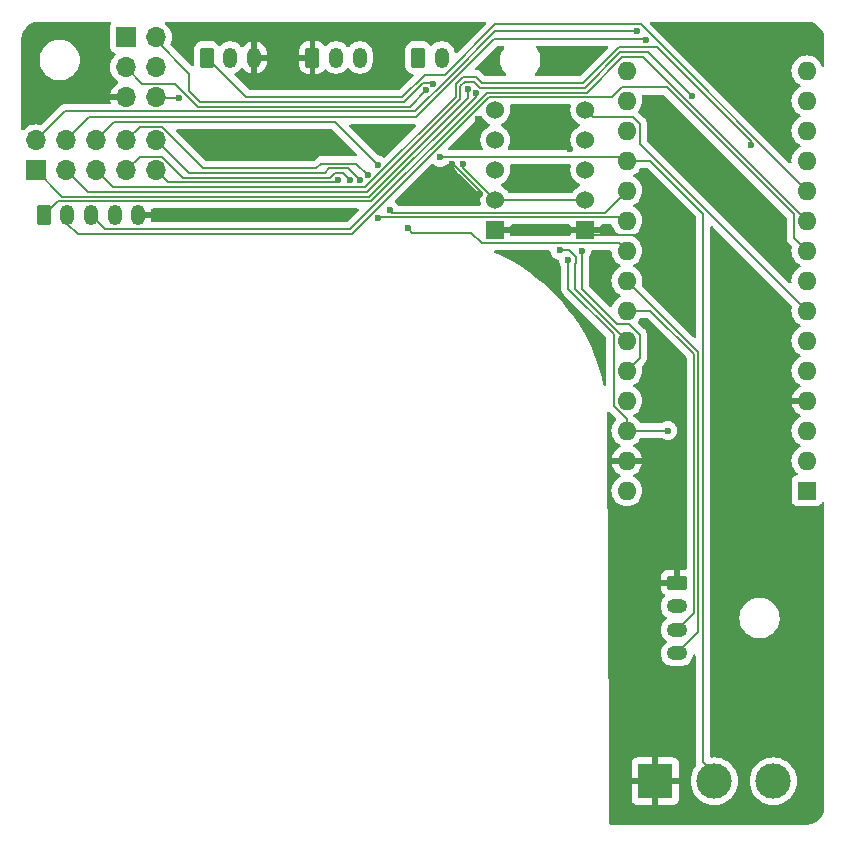
<source format=gbr>
%TF.GenerationSoftware,KiCad,Pcbnew,8.0.3*%
%TF.CreationDate,2024-07-23T15:57:45+02:00*%
%TF.ProjectId,Ruehrplatte,52756568-7270-46c6-9174-74652e6b6963,rev?*%
%TF.SameCoordinates,Original*%
%TF.FileFunction,Copper,L1,Top*%
%TF.FilePolarity,Positive*%
%FSLAX46Y46*%
G04 Gerber Fmt 4.6, Leading zero omitted, Abs format (unit mm)*
G04 Created by KiCad (PCBNEW 8.0.3) date 2024-07-23 15:57:45*
%MOMM*%
%LPD*%
G01*
G04 APERTURE LIST*
G04 Aperture macros list*
%AMRoundRect*
0 Rectangle with rounded corners*
0 $1 Rounding radius*
0 $2 $3 $4 $5 $6 $7 $8 $9 X,Y pos of 4 corners*
0 Add a 4 corners polygon primitive as box body*
4,1,4,$2,$3,$4,$5,$6,$7,$8,$9,$2,$3,0*
0 Add four circle primitives for the rounded corners*
1,1,$1+$1,$2,$3*
1,1,$1+$1,$4,$5*
1,1,$1+$1,$6,$7*
1,1,$1+$1,$8,$9*
0 Add four rect primitives between the rounded corners*
20,1,$1+$1,$2,$3,$4,$5,0*
20,1,$1+$1,$4,$5,$6,$7,0*
20,1,$1+$1,$6,$7,$8,$9,0*
20,1,$1+$1,$8,$9,$2,$3,0*%
G04 Aperture macros list end*
%TA.AperFunction,ComponentPad*%
%ADD10R,3.000000X3.000000*%
%TD*%
%TA.AperFunction,ComponentPad*%
%ADD11C,3.000000*%
%TD*%
%TA.AperFunction,ComponentPad*%
%ADD12RoundRect,0.250000X-0.350000X-0.625000X0.350000X-0.625000X0.350000X0.625000X-0.350000X0.625000X0*%
%TD*%
%TA.AperFunction,ComponentPad*%
%ADD13O,1.200000X1.750000*%
%TD*%
%TA.AperFunction,ComponentPad*%
%ADD14R,1.700000X1.700000*%
%TD*%
%TA.AperFunction,ComponentPad*%
%ADD15O,1.700000X1.700000*%
%TD*%
%TA.AperFunction,ComponentPad*%
%ADD16R,1.524000X1.524000*%
%TD*%
%TA.AperFunction,ComponentPad*%
%ADD17C,1.524000*%
%TD*%
%TA.AperFunction,ComponentPad*%
%ADD18RoundRect,0.250000X-0.625000X0.350000X-0.625000X-0.350000X0.625000X-0.350000X0.625000X0.350000X0*%
%TD*%
%TA.AperFunction,ComponentPad*%
%ADD19O,1.750000X1.200000*%
%TD*%
%TA.AperFunction,ComponentPad*%
%ADD20R,1.600000X1.600000*%
%TD*%
%TA.AperFunction,ComponentPad*%
%ADD21O,1.600000X1.600000*%
%TD*%
%TA.AperFunction,ViaPad*%
%ADD22C,0.600000*%
%TD*%
%TA.AperFunction,Conductor*%
%ADD23C,0.200000*%
%TD*%
G04 APERTURE END LIST*
D10*
%TO.P,RV1,1,1*%
%TO.N,GND*%
X155168600Y-114808000D03*
D11*
%TO.P,RV1,2,2*%
%TO.N,Net-(A1-A0)*%
X160168600Y-114808000D03*
%TO.P,RV1,3,3*%
%TO.N,+5V*%
X165168600Y-114808000D03*
%TD*%
D12*
%TO.P,J2,1,Pin_1*%
%TO.N,Net-(A1-D5)*%
X103400000Y-66900000D03*
D13*
%TO.P,J2,2,Pin_2*%
%TO.N,Net-(A1-D6)*%
X105400000Y-66900000D03*
%TO.P,J2,3,Pin_3*%
%TO.N,Net-(A1-D7)*%
X107400000Y-66900000D03*
%TO.P,J2,4,Pin_4*%
%TO.N,+5V*%
X109400000Y-66900000D03*
%TO.P,J2,5,Pin_5*%
%TO.N,GND*%
X111400000Y-66900000D03*
%TD*%
D12*
%TO.P,J4,1,Pin_1*%
%TO.N,Net-(A1-D8)*%
X117200000Y-53550000D03*
D13*
%TO.P,J4,2,Pin_2*%
%TO.N,+5V*%
X119200000Y-53550000D03*
%TO.P,J4,3,Pin_3*%
%TO.N,GND*%
X121200000Y-53550000D03*
%TD*%
D14*
%TO.P,J7,1,Pin_1*%
%TO.N,+5V*%
X110360000Y-51820000D03*
D15*
%TO.P,J7,2,Pin_2*%
%TO.N,Net-(A1-3V3)*%
X112900000Y-51820000D03*
%TO.P,J7,3,Pin_3*%
%TO.N,Net-(A1-AREF)*%
X110360000Y-54360000D03*
%TO.P,J7,4,Pin_4*%
%TO.N,GND*%
X112900000Y-54360000D03*
%TO.P,J7,5,Pin_5*%
X110360000Y-56900000D03*
%TO.P,J7,6,Pin_6*%
%TO.N,Net-(J7-Pin_6)*%
X112900000Y-56900000D03*
%TD*%
D16*
%TO.P,U1,1,GND*%
%TO.N,GND*%
X149260000Y-68150000D03*
D17*
%TO.P,U1,2,VCC*%
%TO.N,+5V*%
X149260000Y-65610000D03*
%TO.P,U1,3,EN*%
%TO.N,Net-(A1-D2)*%
X149260000Y-63070000D03*
%TO.P,U1,4,PH*%
%TO.N,Net-(A1-D3)*%
X149260000Y-60530000D03*
%TO.P,U1,5,SLEEP*%
%TO.N,Net-(A1-D4)*%
X149260000Y-57990000D03*
D16*
%TO.P,U1,6,GND*%
%TO.N,GND*%
X141640000Y-68150000D03*
D17*
%TO.P,U1,7,VIN*%
%TO.N,+5V*%
X141640000Y-65610000D03*
%TO.P,U1,8,O2*%
%TO.N,Net-(J1-Pin_1)*%
X141640000Y-63070000D03*
%TO.P,U1,9,O1*%
%TO.N,Net-(J1-Pin_2)*%
X141640000Y-60530000D03*
%TO.P,U1,10,VM*%
%TO.N,unconnected-(U1-VM-Pad10)*%
X141640000Y-57990000D03*
%TD*%
D14*
%TO.P,J6,1,Pin_1*%
%TO.N,Net-(A1-D13)*%
X102740000Y-63100000D03*
D15*
%TO.P,J6,2,Pin_2*%
%TO.N,Net-(A1-D12)*%
X102740000Y-60560000D03*
%TO.P,J6,3,Pin_3*%
%TO.N,Net-(A1-D11)*%
X105280000Y-63100000D03*
%TO.P,J6,4,Pin_4*%
%TO.N,Net-(A1-D10)*%
X105280000Y-60560000D03*
%TO.P,J6,5,Pin_5*%
%TO.N,Net-(A1-D9)*%
X107820000Y-63100000D03*
%TO.P,J6,6,Pin_6*%
%TO.N,Net-(A1-A7)*%
X107820000Y-60560000D03*
%TO.P,J6,7,Pin_7*%
%TO.N,Net-(A1-A6)*%
X110360000Y-63100000D03*
%TO.P,J6,8,Pin_8*%
%TO.N,Net-(A1-A3)*%
X110360000Y-60560000D03*
%TO.P,J6,9,Pin_9*%
%TO.N,Net-(A1-A2)*%
X112900000Y-63100000D03*
%TO.P,J6,10,Pin_10*%
%TO.N,Net-(A1-A1)*%
X112900000Y-60560000D03*
%TD*%
D12*
%TO.P,J1,1,Pin_1*%
%TO.N,Net-(J1-Pin_1)*%
X135100000Y-53550000D03*
D13*
%TO.P,J1,2,Pin_2*%
%TO.N,Net-(J1-Pin_2)*%
X137100000Y-53550000D03*
%TD*%
D18*
%TO.P,J3,1,Pin_1*%
%TO.N,GND*%
X157000000Y-98000000D03*
D19*
%TO.P,J3,2,Pin_2*%
%TO.N,+5V*%
X157000000Y-100000000D03*
%TO.P,J3,3,Pin_3*%
%TO.N,Net-(A1-A5)*%
X157000000Y-102000000D03*
%TO.P,J3,4,Pin_4*%
%TO.N,Net-(A1-A4)*%
X157000000Y-104000000D03*
%TD*%
D12*
%TO.P,J5,1,Pin_1*%
%TO.N,GND*%
X126150000Y-53550000D03*
D13*
%TO.P,J5,2,Pin_2*%
%TO.N,Net-(A1-A0)*%
X128150000Y-53550000D03*
%TO.P,J5,3,Pin_3*%
%TO.N,+5V*%
X130150000Y-53550000D03*
%TD*%
D20*
%TO.P,A1,1,D1/TX*%
%TO.N,unconnected-(A1-D1{slash}TX-Pad1)*%
X168012000Y-90227000D03*
D21*
%TO.P,A1,2,D0/RX*%
%TO.N,unconnected-(A1-D0{slash}RX-Pad2)*%
X168012000Y-87687000D03*
%TO.P,A1,3,~{RESET}*%
%TO.N,Net-(J7-Pin_6)*%
X168012000Y-85147000D03*
%TO.P,A1,4,GND*%
%TO.N,GND*%
X168012000Y-82607000D03*
%TO.P,A1,5,D2*%
%TO.N,Net-(A1-D2)*%
X168012000Y-80067000D03*
%TO.P,A1,6,D3*%
%TO.N,Net-(A1-D3)*%
X168012000Y-77527000D03*
%TO.P,A1,7,D4*%
%TO.N,Net-(A1-D4)*%
X168012000Y-74987000D03*
%TO.P,A1,8,D5*%
%TO.N,Net-(A1-D5)*%
X168012000Y-72447000D03*
%TO.P,A1,9,D6*%
%TO.N,Net-(A1-D6)*%
X168012000Y-69907000D03*
%TO.P,A1,10,D7*%
%TO.N,Net-(A1-D7)*%
X168012000Y-67367000D03*
%TO.P,A1,11,D8*%
%TO.N,Net-(A1-D8)*%
X168012000Y-64827000D03*
%TO.P,A1,12,D9*%
%TO.N,Net-(A1-D9)*%
X168012000Y-62287000D03*
%TO.P,A1,13,D10*%
%TO.N,Net-(A1-D10)*%
X168012000Y-59747000D03*
%TO.P,A1,14,D11*%
%TO.N,Net-(A1-D11)*%
X168012000Y-57207000D03*
%TO.P,A1,15,D12*%
%TO.N,Net-(A1-D12)*%
X168012000Y-54667000D03*
%TO.P,A1,16,D13*%
%TO.N,Net-(A1-D13)*%
X152772000Y-54667000D03*
%TO.P,A1,17,3V3*%
%TO.N,Net-(A1-3V3)*%
X152772000Y-57207000D03*
%TO.P,A1,18,AREF*%
%TO.N,Net-(A1-AREF)*%
X152772000Y-59747000D03*
%TO.P,A1,19,A0*%
%TO.N,Net-(A1-A0)*%
X152772000Y-62287000D03*
%TO.P,A1,20,A1*%
%TO.N,Net-(A1-A1)*%
X152772000Y-64827000D03*
%TO.P,A1,21,A2*%
%TO.N,Net-(A1-A2)*%
X152772000Y-67367000D03*
%TO.P,A1,22,A3*%
%TO.N,Net-(A1-A3)*%
X152772000Y-69907000D03*
%TO.P,A1,23,A4*%
%TO.N,Net-(A1-A4)*%
X152772000Y-72447000D03*
%TO.P,A1,24,A5*%
%TO.N,Net-(A1-A5)*%
X152772000Y-74987000D03*
%TO.P,A1,25,A6*%
%TO.N,Net-(A1-A6)*%
X152772000Y-77527000D03*
%TO.P,A1,26,A7*%
%TO.N,Net-(A1-A7)*%
X152772000Y-80067000D03*
%TO.P,A1,27,+5V*%
%TO.N,+5V*%
X152772000Y-82607000D03*
%TO.P,A1,28,~{RESET}*%
%TO.N,Net-(J7-Pin_6)*%
X152772000Y-85147000D03*
%TO.P,A1,29,GND*%
%TO.N,GND*%
X152772000Y-87687000D03*
%TO.P,A1,30,VIN*%
%TO.N,unconnected-(A1-VIN-Pad30)*%
X152772000Y-90227000D03*
%TD*%
D22*
%TO.N,+5V*%
X138912842Y-62600000D03*
%TO.N,GND*%
X148132800Y-53721000D03*
X147980400Y-61315600D03*
X121234200Y-55981600D03*
X145288000Y-63500000D03*
X162991800Y-53340000D03*
X108178600Y-55727600D03*
X159639000Y-62128400D03*
X146024600Y-71704200D03*
X131800600Y-60680600D03*
X165100000Y-59055000D03*
X145135600Y-59182000D03*
X122351800Y-61264800D03*
X140817600Y-54102000D03*
X115493800Y-53238400D03*
X150164800Y-72186800D03*
X162636200Y-72212200D03*
X140182600Y-58724800D03*
X137972800Y-62600000D03*
X140308335Y-65141400D03*
X154051000Y-68605400D03*
X132638800Y-54813200D03*
%TO.N,Net-(A1-A0)*%
X136970000Y-62000000D03*
%TO.N,Net-(A1-D5)*%
X139981938Y-56583846D03*
%TO.N,Net-(A1-A1)*%
X130150785Y-63925000D03*
X132695265Y-66474735D03*
%TO.N,Net-(A1-A7)*%
X148940000Y-69920000D03*
X131667099Y-62635941D03*
%TO.N,Net-(A1-D13)*%
X139282387Y-56195735D03*
%TO.N,Net-(A1-A2)*%
X131676000Y-67152529D03*
X128325736Y-63924264D03*
%TO.N,Net-(A1-D12)*%
X153626470Y-51339838D03*
%TO.N,Net-(A1-A3)*%
X134200265Y-67979735D03*
X130818571Y-63484472D03*
%TO.N,Net-(A1-D10)*%
X154426473Y-52090000D03*
%TO.N,Net-(A1-A6)*%
X129291520Y-63925000D03*
X147093023Y-69870000D03*
%TO.N,Net-(A1-D9)*%
X163253235Y-60916765D03*
%TO.N,Net-(A1-D11)*%
X158316765Y-56823235D03*
%TO.N,Net-(J7-Pin_6)*%
X114860000Y-56940000D03*
X147826247Y-70684777D03*
X156240000Y-85130000D03*
%TO.N,Net-(A1-3V3)*%
X136316953Y-55767052D03*
%TO.N,Net-(A1-AREF)*%
X135751266Y-56332739D03*
%TD*%
D23*
%TO.N,+5V*%
X149260000Y-65610000D02*
X141640000Y-65610000D01*
X138912842Y-62600000D02*
X138912842Y-62882842D01*
X138912842Y-62882842D02*
X141640000Y-65610000D01*
%TO.N,GND*%
X154051000Y-68605400D02*
X149715400Y-68605400D01*
X149260000Y-68150000D02*
X141640000Y-68150000D01*
X149715400Y-68605400D02*
X149260000Y-68150000D01*
X137972800Y-62600000D02*
X138064314Y-62600000D01*
X138064314Y-62600000D02*
X140308335Y-64844021D01*
X140308335Y-64844021D02*
X140308335Y-65141400D01*
%TO.N,Net-(A1-D4)*%
X153872000Y-60847000D02*
X168012000Y-74987000D01*
X153872000Y-59155400D02*
X153872000Y-60847000D01*
X153314400Y-58597800D02*
X153872000Y-59155400D01*
X149867800Y-58597800D02*
X153314400Y-58597800D01*
X149260000Y-57990000D02*
X149867800Y-58597800D01*
%TO.N,Net-(A1-A0)*%
X159220000Y-66760686D02*
X154746314Y-62287000D01*
X152485000Y-62000000D02*
X152772000Y-62287000D01*
X159207200Y-102358486D02*
X159220000Y-102345686D01*
X159207200Y-113207200D02*
X159207200Y-102358486D01*
X136970000Y-62000000D02*
X152485000Y-62000000D01*
X161000000Y-115000000D02*
X159207200Y-113207200D01*
X159220000Y-102345686D02*
X159220000Y-66760686D01*
X154746314Y-62287000D02*
X152772000Y-62287000D01*
%TO.N,Net-(A1-A5)*%
X154746314Y-74987000D02*
X152772000Y-74987000D01*
X158420000Y-100580000D02*
X158420000Y-78660686D01*
X158420000Y-78660686D02*
X154746314Y-74987000D01*
X157000000Y-102000000D02*
X158420000Y-100580000D01*
%TO.N,Net-(A1-D8)*%
X153924838Y-50739838D02*
X168012000Y-64827000D01*
X135656909Y-55012881D02*
X137353968Y-55012881D01*
X137353968Y-55012881D02*
X141627011Y-50739838D01*
X141627011Y-50739838D02*
X153924838Y-50739838D01*
X117200000Y-53550000D02*
X120565200Y-56915200D01*
X133754590Y-56915200D02*
X135656909Y-55012881D01*
X120565200Y-56915200D02*
X133754590Y-56915200D01*
%TO.N,Net-(A1-A4)*%
X157000000Y-104000000D02*
X158820000Y-102180000D01*
X158820000Y-78495000D02*
X152772000Y-72447000D01*
X158820000Y-102180000D02*
X158820000Y-78495000D01*
%TO.N,Net-(A1-D6)*%
X166912000Y-66832686D02*
X166912000Y-68807000D01*
X156159314Y-56080000D02*
X166912000Y-66832686D01*
X151490000Y-56910000D02*
X152320000Y-56080000D01*
X129490000Y-68490000D02*
X141070000Y-56910000D01*
X105400000Y-66900000D02*
X105400000Y-67623974D01*
X106266026Y-68490000D02*
X129490000Y-68490000D01*
X166912000Y-68807000D02*
X168012000Y-69907000D01*
X105400000Y-67623974D02*
X106266026Y-68490000D01*
X141070000Y-56910000D02*
X151490000Y-56910000D01*
X152320000Y-56080000D02*
X156159314Y-56080000D01*
%TO.N,Net-(A1-D7)*%
X152393365Y-53490000D02*
X154135000Y-53490000D01*
X129324314Y-68090000D02*
X140904314Y-56510000D01*
X149373365Y-56510000D02*
X152393365Y-53490000D01*
X140904314Y-56510000D02*
X149373365Y-56510000D01*
X154135000Y-53490000D02*
X168012000Y-67367000D01*
X113350000Y-68090000D02*
X129324314Y-68090000D01*
X113335000Y-68075000D02*
X113350000Y-68090000D01*
X107400000Y-66900000D02*
X108575000Y-68075000D01*
X108575000Y-68075000D02*
X113335000Y-68075000D01*
%TO.N,Net-(A1-D5)*%
X131123628Y-65725000D02*
X104575000Y-65725000D01*
X104575000Y-65725000D02*
X103400000Y-66900000D01*
X139981938Y-56866690D02*
X131123628Y-65725000D01*
X139981938Y-56583846D02*
X139981938Y-56866690D01*
%TO.N,Net-(A1-A1)*%
X132900530Y-66680000D02*
X150919000Y-66680000D01*
X127190000Y-63325000D02*
X127590736Y-62924264D01*
X129150049Y-62924264D02*
X130150785Y-63925000D01*
X132695265Y-66474735D02*
X132900530Y-66680000D01*
X115665000Y-63325000D02*
X127190000Y-63325000D01*
X127590736Y-62924264D02*
X129150049Y-62924264D01*
X112900000Y-60560000D02*
X115665000Y-63325000D01*
X150919000Y-66680000D02*
X152772000Y-64827000D01*
%TO.N,Net-(A1-A7)*%
X149965343Y-74154657D02*
X148940000Y-73129314D01*
X152772000Y-80067000D02*
X153872000Y-78967000D01*
X128041158Y-59010000D02*
X109370000Y-59010000D01*
X148940000Y-73129314D02*
X148940000Y-69920000D01*
X109370000Y-59010000D02*
X107820000Y-60560000D01*
X153872000Y-77019000D02*
X152940000Y-76087000D01*
X153872000Y-78967000D02*
X153872000Y-77019000D01*
X152940000Y-76087000D02*
X151897686Y-76087000D01*
X151897686Y-76087000D02*
X149965343Y-74154657D01*
X131667099Y-62635941D02*
X128041158Y-59010000D01*
%TO.N,Net-(A1-D13)*%
X130957942Y-65325000D02*
X104965000Y-65325000D01*
X104965000Y-65325000D02*
X102740000Y-63100000D01*
X139282387Y-56195735D02*
X139282387Y-57000555D01*
X139282387Y-57000555D02*
X130957942Y-65325000D01*
%TO.N,Net-(A1-A2)*%
X128125000Y-64125000D02*
X113925000Y-64125000D01*
X113925000Y-64125000D02*
X112900000Y-63100000D01*
X131676000Y-67152529D02*
X131748529Y-67080000D01*
X128325736Y-63924264D02*
X128125000Y-64125000D01*
X152485000Y-67080000D02*
X152772000Y-67367000D01*
X131748529Y-67080000D02*
X152485000Y-67080000D01*
%TO.N,Net-(A1-D12)*%
X141592697Y-51339838D02*
X153626470Y-51339838D01*
X134817335Y-58115200D02*
X137753968Y-55178567D01*
X105184800Y-58115200D02*
X134817335Y-58115200D01*
X102740000Y-60560000D02*
X105184800Y-58115200D01*
X137753968Y-55178567D02*
X141592697Y-51339838D01*
%TO.N,Net-(A1-A3)*%
X152135000Y-69270000D02*
X152772000Y-69907000D01*
X110360000Y-60560000D02*
X111510000Y-59410000D01*
X139590018Y-68374018D02*
X140486000Y-69270000D01*
X134594548Y-68374018D02*
X139590018Y-68374018D01*
X140486000Y-69270000D02*
X152135000Y-69270000D01*
X126470000Y-62925000D02*
X126870736Y-62524264D01*
X113376346Y-59410000D02*
X116891346Y-62925000D01*
X116960000Y-62925000D02*
X126470000Y-62925000D01*
X129858363Y-62524264D02*
X130818571Y-63484472D01*
X134200265Y-67979735D02*
X134594548Y-68374018D01*
X111510000Y-59410000D02*
X113376346Y-59410000D01*
X126870736Y-62524264D02*
X129858363Y-62524264D01*
X116891346Y-62925000D02*
X116960000Y-62925000D01*
%TO.N,Net-(A1-D10)*%
X141558383Y-51939838D02*
X154276311Y-51939838D01*
X154276311Y-51939838D02*
X154426473Y-52090000D01*
X107230000Y-58610000D02*
X134888221Y-58610000D01*
X134888221Y-58610000D02*
X138125711Y-55372510D01*
X138125711Y-55372510D02*
X141558383Y-51939838D01*
X105280000Y-60560000D02*
X107230000Y-58610000D01*
%TO.N,Net-(A1-A6)*%
X147093023Y-69870000D02*
X147860000Y-69870000D01*
X148420000Y-70939553D02*
X148420000Y-73175000D01*
X115151346Y-63725000D02*
X113376346Y-61950000D01*
X127676471Y-63725000D02*
X115151346Y-63725000D01*
X128077207Y-63324264D02*
X127676471Y-63725000D01*
X113376346Y-61950000D02*
X111510000Y-61950000D01*
X147860000Y-69870000D02*
X148426247Y-70436247D01*
X148426247Y-70933306D02*
X148420000Y-70939553D01*
X128694264Y-63324264D02*
X128077207Y-63324264D01*
X129291520Y-63925000D02*
X129291520Y-63921520D01*
X129291520Y-63921520D02*
X128694264Y-63324264D01*
X148426247Y-70436247D02*
X148426247Y-70933306D01*
X148420000Y-73175000D02*
X152772000Y-77527000D01*
X111510000Y-61950000D02*
X110360000Y-63100000D01*
%TO.N,Net-(A1-D9)*%
X140515686Y-55710000D02*
X149041993Y-55710000D01*
X138280000Y-56710000D02*
X138282387Y-56707613D01*
X149041993Y-55710000D02*
X152061993Y-52690000D01*
X163253235Y-60633921D02*
X163253235Y-60916765D01*
X152061993Y-52690000D02*
X155309314Y-52690000D01*
X130626570Y-64525000D02*
X138280000Y-56871570D01*
X138868172Y-55195735D02*
X140001421Y-55195735D01*
X138282387Y-56707613D02*
X138282387Y-55781520D01*
X140001421Y-55195735D02*
X140515686Y-55710000D01*
X109245000Y-64525000D02*
X130626570Y-64525000D01*
X138282387Y-55781520D02*
X138868172Y-55195735D01*
X107820000Y-63100000D02*
X109245000Y-64525000D01*
X155309314Y-52690000D02*
X163253235Y-60633921D01*
X138280000Y-56871570D02*
X138280000Y-56710000D01*
%TO.N,Net-(A1-D11)*%
X154583530Y-53090000D02*
X158316765Y-56823235D01*
X149207679Y-56110000D02*
X152227679Y-53090000D01*
X130792256Y-64925000D02*
X138682387Y-57034869D01*
X105280000Y-63100000D02*
X107105000Y-64925000D01*
X140350000Y-56110000D02*
X149207679Y-56110000D01*
X152227679Y-53090000D02*
X154583530Y-53090000D01*
X107105000Y-64925000D02*
X130792256Y-64925000D01*
X139033858Y-55595735D02*
X139835735Y-55595735D01*
X139835735Y-55595735D02*
X140350000Y-56110000D01*
X138682387Y-57034869D02*
X138682387Y-55947206D01*
X138682387Y-55947206D02*
X139033858Y-55595735D01*
%TO.N,Net-(J7-Pin_6)*%
X112940000Y-56940000D02*
X112900000Y-56900000D01*
X147826247Y-73146933D02*
X147826247Y-70684777D01*
X151638000Y-83043809D02*
X151638000Y-76958686D01*
X152789000Y-85130000D02*
X152772000Y-85147000D01*
X114860000Y-56940000D02*
X112940000Y-56940000D01*
X152772000Y-85147000D02*
X152772000Y-84177809D01*
X151638000Y-76958686D02*
X147826247Y-73146933D01*
X152772000Y-84177809D02*
X151638000Y-83043809D01*
X156240000Y-85130000D02*
X152789000Y-85130000D01*
%TO.N,Net-(A1-3V3)*%
X112900000Y-52092400D02*
X115722400Y-54914800D01*
X112900000Y-51820000D02*
X112900000Y-52092400D01*
X133920276Y-57315200D02*
X135502737Y-55732739D01*
X136282640Y-55732739D02*
X136316953Y-55767052D01*
X115722400Y-56381114D02*
X116656486Y-57315200D01*
X135502737Y-55732739D02*
X136282640Y-55732739D01*
X116656486Y-57315200D02*
X133920276Y-57315200D01*
X115722400Y-54914800D02*
X115722400Y-56381114D01*
%TO.N,Net-(A1-AREF)*%
X110360000Y-54360000D02*
X111753000Y-55753000D01*
X112423654Y-55750000D02*
X114525600Y-55750000D01*
X111753000Y-55753000D02*
X112420654Y-55753000D01*
X116490800Y-57715200D02*
X134368805Y-57715200D01*
X112420654Y-55753000D02*
X112423654Y-55750000D01*
X114525600Y-55750000D02*
X116490800Y-57715200D01*
X134368805Y-57715200D02*
X135751266Y-56332739D01*
%TD*%
%TA.AperFunction,Conductor*%
%TO.N,GND*%
G36*
X160025703Y-67850384D02*
G01*
X160032180Y-67856415D01*
X163392119Y-71216355D01*
X166720058Y-74544294D01*
X166753543Y-74605617D01*
X166752152Y-74664068D01*
X166726366Y-74760302D01*
X166726364Y-74760313D01*
X166706532Y-74986998D01*
X166706532Y-74987001D01*
X166726364Y-75213686D01*
X166726366Y-75213697D01*
X166785258Y-75433488D01*
X166785261Y-75433497D01*
X166881431Y-75639732D01*
X166881432Y-75639734D01*
X167011954Y-75826141D01*
X167172858Y-75987045D01*
X167172861Y-75987047D01*
X167359266Y-76117568D01*
X167417275Y-76144618D01*
X167469714Y-76190791D01*
X167488866Y-76257984D01*
X167468650Y-76324865D01*
X167417275Y-76369382D01*
X167359267Y-76396431D01*
X167359265Y-76396432D01*
X167172858Y-76526954D01*
X167011954Y-76687858D01*
X166881432Y-76874265D01*
X166881431Y-76874267D01*
X166785261Y-77080502D01*
X166785258Y-77080511D01*
X166726366Y-77300302D01*
X166726364Y-77300313D01*
X166706532Y-77526998D01*
X166706532Y-77527001D01*
X166726364Y-77753686D01*
X166726366Y-77753697D01*
X166785258Y-77973488D01*
X166785261Y-77973497D01*
X166881431Y-78179732D01*
X166881432Y-78179734D01*
X167011954Y-78366141D01*
X167172858Y-78527045D01*
X167172861Y-78527047D01*
X167359266Y-78657568D01*
X167417275Y-78684618D01*
X167469714Y-78730791D01*
X167488866Y-78797984D01*
X167468650Y-78864865D01*
X167417275Y-78909382D01*
X167359267Y-78936431D01*
X167359265Y-78936432D01*
X167172858Y-79066954D01*
X167011954Y-79227858D01*
X166881432Y-79414265D01*
X166881431Y-79414267D01*
X166785261Y-79620502D01*
X166785258Y-79620511D01*
X166726366Y-79840302D01*
X166726364Y-79840313D01*
X166706532Y-80066998D01*
X166706532Y-80067001D01*
X166726364Y-80293686D01*
X166726366Y-80293697D01*
X166785258Y-80513488D01*
X166785261Y-80513497D01*
X166881431Y-80719732D01*
X166881432Y-80719734D01*
X167011954Y-80906141D01*
X167172858Y-81067045D01*
X167172861Y-81067047D01*
X167359266Y-81197568D01*
X167417865Y-81224893D01*
X167470305Y-81271065D01*
X167489457Y-81338258D01*
X167469242Y-81405139D01*
X167417867Y-81449657D01*
X167359515Y-81476867D01*
X167173179Y-81607342D01*
X167012342Y-81768179D01*
X166881865Y-81954517D01*
X166785734Y-82160673D01*
X166785730Y-82160682D01*
X166733127Y-82356999D01*
X166733128Y-82357000D01*
X167578988Y-82357000D01*
X167546075Y-82414007D01*
X167512000Y-82541174D01*
X167512000Y-82672826D01*
X167546075Y-82799993D01*
X167578988Y-82857000D01*
X166733128Y-82857000D01*
X166785730Y-83053317D01*
X166785734Y-83053326D01*
X166881865Y-83259482D01*
X167012342Y-83445820D01*
X167173179Y-83606657D01*
X167359518Y-83737134D01*
X167359520Y-83737135D01*
X167417865Y-83764342D01*
X167470305Y-83810514D01*
X167489457Y-83877707D01*
X167469242Y-83944589D01*
X167417867Y-83989105D01*
X167395688Y-83999448D01*
X167359264Y-84016433D01*
X167172858Y-84146954D01*
X167011954Y-84307858D01*
X166881432Y-84494265D01*
X166881431Y-84494267D01*
X166785261Y-84700502D01*
X166785258Y-84700511D01*
X166726366Y-84920302D01*
X166726364Y-84920313D01*
X166706532Y-85146998D01*
X166706532Y-85147001D01*
X166726364Y-85373686D01*
X166726366Y-85373697D01*
X166785258Y-85593488D01*
X166785261Y-85593497D01*
X166881431Y-85799732D01*
X166881432Y-85799734D01*
X167011954Y-85986141D01*
X167172858Y-86147045D01*
X167172861Y-86147047D01*
X167359266Y-86277568D01*
X167417275Y-86304618D01*
X167469714Y-86350791D01*
X167488866Y-86417984D01*
X167468650Y-86484865D01*
X167417275Y-86529382D01*
X167359267Y-86556431D01*
X167359265Y-86556432D01*
X167172858Y-86686954D01*
X167011954Y-86847858D01*
X166881432Y-87034265D01*
X166881431Y-87034267D01*
X166785261Y-87240502D01*
X166785258Y-87240511D01*
X166726366Y-87460302D01*
X166726364Y-87460313D01*
X166706532Y-87686998D01*
X166706532Y-87687001D01*
X166726364Y-87913686D01*
X166726366Y-87913697D01*
X166785258Y-88133488D01*
X166785261Y-88133497D01*
X166881431Y-88339732D01*
X166881432Y-88339734D01*
X167011954Y-88526141D01*
X167172858Y-88687045D01*
X167197462Y-88704273D01*
X167241087Y-88758849D01*
X167248281Y-88828348D01*
X167216758Y-88890703D01*
X167156529Y-88926117D01*
X167139593Y-88929138D01*
X167104516Y-88932908D01*
X166969671Y-88983202D01*
X166969664Y-88983206D01*
X166854455Y-89069452D01*
X166854452Y-89069455D01*
X166768206Y-89184664D01*
X166768202Y-89184671D01*
X166717908Y-89319517D01*
X166711501Y-89379116D01*
X166711500Y-89379135D01*
X166711500Y-91074870D01*
X166711501Y-91074876D01*
X166717908Y-91134483D01*
X166768202Y-91269328D01*
X166768206Y-91269335D01*
X166854452Y-91384544D01*
X166854455Y-91384547D01*
X166969664Y-91470793D01*
X166969671Y-91470797D01*
X167104517Y-91521091D01*
X167104516Y-91521091D01*
X167111444Y-91521835D01*
X167164127Y-91527500D01*
X168859872Y-91527499D01*
X168919483Y-91521091D01*
X169054331Y-91470796D01*
X169169546Y-91384546D01*
X169255796Y-91269331D01*
X169259318Y-91259889D01*
X169301189Y-91203955D01*
X169366653Y-91179538D01*
X169434926Y-91194389D01*
X169484332Y-91243794D01*
X169499500Y-91303222D01*
X169499500Y-116995572D01*
X169499184Y-117004419D01*
X169484869Y-117204557D01*
X169482351Y-117222068D01*
X169440646Y-117413787D01*
X169435662Y-117430763D01*
X169367090Y-117614609D01*
X169359740Y-117630701D01*
X169265711Y-117802904D01*
X169256146Y-117817789D01*
X169138558Y-117974867D01*
X169126972Y-117988237D01*
X168988237Y-118126972D01*
X168974867Y-118138558D01*
X168817789Y-118256146D01*
X168802904Y-118265711D01*
X168630701Y-118359740D01*
X168614609Y-118367090D01*
X168430763Y-118435662D01*
X168413787Y-118440646D01*
X168222068Y-118482351D01*
X168204557Y-118484869D01*
X168023779Y-118497799D01*
X168004417Y-118499184D01*
X167995572Y-118499500D01*
X151372240Y-118499500D01*
X151305201Y-118479815D01*
X151259446Y-118427011D01*
X151248241Y-118375949D01*
X151248182Y-118359740D01*
X151229705Y-113260155D01*
X153168600Y-113260155D01*
X153168600Y-114558000D01*
X154620118Y-114558000D01*
X154609489Y-114576409D01*
X154568600Y-114729009D01*
X154568600Y-114886991D01*
X154609489Y-115039591D01*
X154620118Y-115058000D01*
X153168600Y-115058000D01*
X153168600Y-116355844D01*
X153175001Y-116415372D01*
X153175003Y-116415379D01*
X153225245Y-116550086D01*
X153225249Y-116550093D01*
X153311409Y-116665187D01*
X153311412Y-116665190D01*
X153426506Y-116751350D01*
X153426513Y-116751354D01*
X153561220Y-116801596D01*
X153561227Y-116801598D01*
X153620755Y-116807999D01*
X153620772Y-116808000D01*
X154918600Y-116808000D01*
X154918600Y-115356482D01*
X154937009Y-115367111D01*
X155089609Y-115408000D01*
X155247591Y-115408000D01*
X155400191Y-115367111D01*
X155418600Y-115356482D01*
X155418600Y-116808000D01*
X156716428Y-116808000D01*
X156716444Y-116807999D01*
X156775972Y-116801598D01*
X156775979Y-116801596D01*
X156910686Y-116751354D01*
X156910693Y-116751350D01*
X157025787Y-116665190D01*
X157025790Y-116665187D01*
X157111950Y-116550093D01*
X157111954Y-116550086D01*
X157162196Y-116415379D01*
X157162198Y-116415372D01*
X157168599Y-116355844D01*
X157168600Y-116355827D01*
X157168600Y-115058000D01*
X155717082Y-115058000D01*
X155727711Y-115039591D01*
X155768600Y-114886991D01*
X155768600Y-114729009D01*
X155727711Y-114576409D01*
X155717082Y-114558000D01*
X157168600Y-114558000D01*
X157168600Y-113260172D01*
X157168599Y-113260155D01*
X157162198Y-113200627D01*
X157162196Y-113200620D01*
X157111954Y-113065913D01*
X157111950Y-113065906D01*
X157025790Y-112950812D01*
X157025787Y-112950809D01*
X156910693Y-112864649D01*
X156910686Y-112864645D01*
X156775979Y-112814403D01*
X156775972Y-112814401D01*
X156716444Y-112808000D01*
X155418600Y-112808000D01*
X155418600Y-114259517D01*
X155400191Y-114248889D01*
X155247591Y-114208000D01*
X155089609Y-114208000D01*
X154937009Y-114248889D01*
X154918600Y-114259517D01*
X154918600Y-112808000D01*
X153620755Y-112808000D01*
X153561227Y-112814401D01*
X153561220Y-112814403D01*
X153426513Y-112864645D01*
X153426506Y-112864649D01*
X153311412Y-112950809D01*
X153311409Y-112950812D01*
X153225249Y-113065906D01*
X153225245Y-113065913D01*
X153175003Y-113200620D01*
X153175001Y-113200627D01*
X153168600Y-113260155D01*
X151229705Y-113260155D01*
X151125500Y-84499087D01*
X151125500Y-84116415D01*
X151103254Y-83663593D01*
X151119626Y-83595671D01*
X151170121Y-83547380D01*
X151238708Y-83534055D01*
X151303612Y-83559927D01*
X151314786Y-83569830D01*
X151824703Y-84079747D01*
X151858188Y-84141070D01*
X151853204Y-84210762D01*
X151824704Y-84255108D01*
X151771954Y-84307858D01*
X151641432Y-84494265D01*
X151641431Y-84494267D01*
X151545261Y-84700502D01*
X151545258Y-84700511D01*
X151486366Y-84920302D01*
X151486364Y-84920313D01*
X151466532Y-85146998D01*
X151466532Y-85147001D01*
X151486364Y-85373686D01*
X151486366Y-85373697D01*
X151545258Y-85593488D01*
X151545261Y-85593497D01*
X151641431Y-85799732D01*
X151641432Y-85799734D01*
X151771954Y-85986141D01*
X151932858Y-86147045D01*
X151932861Y-86147047D01*
X152119266Y-86277568D01*
X152177865Y-86304893D01*
X152230305Y-86351065D01*
X152249457Y-86418258D01*
X152229242Y-86485139D01*
X152177867Y-86529657D01*
X152119515Y-86556867D01*
X151933179Y-86687342D01*
X151772342Y-86848179D01*
X151641865Y-87034517D01*
X151545734Y-87240673D01*
X151545730Y-87240682D01*
X151493127Y-87436999D01*
X151493128Y-87437000D01*
X152338988Y-87437000D01*
X152306075Y-87494007D01*
X152272000Y-87621174D01*
X152272000Y-87752826D01*
X152306075Y-87879993D01*
X152338988Y-87937000D01*
X151493128Y-87937000D01*
X151545730Y-88133317D01*
X151545734Y-88133326D01*
X151641865Y-88339482D01*
X151772342Y-88525820D01*
X151933179Y-88686657D01*
X152119518Y-88817134D01*
X152119520Y-88817135D01*
X152177865Y-88844342D01*
X152230305Y-88890514D01*
X152249457Y-88957707D01*
X152229242Y-89024589D01*
X152177867Y-89069105D01*
X152119268Y-89096431D01*
X152119264Y-89096433D01*
X151932858Y-89226954D01*
X151771954Y-89387858D01*
X151641432Y-89574265D01*
X151641431Y-89574267D01*
X151545261Y-89780502D01*
X151545258Y-89780511D01*
X151486366Y-90000302D01*
X151486364Y-90000313D01*
X151466532Y-90226998D01*
X151466532Y-90227001D01*
X151486364Y-90453686D01*
X151486366Y-90453697D01*
X151545258Y-90673488D01*
X151545261Y-90673497D01*
X151641431Y-90879732D01*
X151641432Y-90879734D01*
X151771954Y-91066141D01*
X151932858Y-91227045D01*
X151932861Y-91227047D01*
X152119266Y-91357568D01*
X152325504Y-91453739D01*
X152545308Y-91512635D01*
X152707230Y-91526801D01*
X152771998Y-91532468D01*
X152772000Y-91532468D01*
X152772002Y-91532468D01*
X152828807Y-91527498D01*
X152998692Y-91512635D01*
X153218496Y-91453739D01*
X153424734Y-91357568D01*
X153611139Y-91227047D01*
X153772047Y-91066139D01*
X153902568Y-90879734D01*
X153998739Y-90673496D01*
X154057635Y-90453692D01*
X154077468Y-90227000D01*
X154057635Y-90000308D01*
X153998739Y-89780504D01*
X153902568Y-89574266D01*
X153772047Y-89387861D01*
X153772045Y-89387858D01*
X153611141Y-89226954D01*
X153424734Y-89096432D01*
X153424732Y-89096431D01*
X153413275Y-89091088D01*
X153366132Y-89069105D01*
X153313694Y-89022934D01*
X153294542Y-88955740D01*
X153314758Y-88888859D01*
X153366134Y-88844341D01*
X153424484Y-88817132D01*
X153610820Y-88686657D01*
X153771657Y-88525820D01*
X153902134Y-88339482D01*
X153998265Y-88133326D01*
X153998269Y-88133317D01*
X154050872Y-87937000D01*
X153205012Y-87937000D01*
X153237925Y-87879993D01*
X153272000Y-87752826D01*
X153272000Y-87621174D01*
X153237925Y-87494007D01*
X153205012Y-87437000D01*
X154050872Y-87437000D01*
X154050872Y-87436999D01*
X153998269Y-87240682D01*
X153998265Y-87240673D01*
X153902134Y-87034517D01*
X153771657Y-86848179D01*
X153610820Y-86687342D01*
X153424482Y-86556865D01*
X153366133Y-86529657D01*
X153313694Y-86483484D01*
X153294542Y-86416291D01*
X153314758Y-86349410D01*
X153366129Y-86304895D01*
X153424734Y-86277568D01*
X153611139Y-86147047D01*
X153772047Y-85986139D01*
X153902568Y-85799734D01*
X153902571Y-85799727D01*
X153905279Y-85795039D01*
X153906872Y-85795958D01*
X153947632Y-85749661D01*
X154013849Y-85730500D01*
X155657588Y-85730500D01*
X155724627Y-85750185D01*
X155734903Y-85757555D01*
X155737736Y-85759814D01*
X155737738Y-85759816D01*
X155890478Y-85855789D01*
X156060745Y-85915368D01*
X156060750Y-85915369D01*
X156239996Y-85935565D01*
X156240000Y-85935565D01*
X156240004Y-85935565D01*
X156419249Y-85915369D01*
X156419252Y-85915368D01*
X156419255Y-85915368D01*
X156589522Y-85855789D01*
X156742262Y-85759816D01*
X156869816Y-85632262D01*
X156965789Y-85479522D01*
X157025368Y-85309255D01*
X157025369Y-85309249D01*
X157045565Y-85130003D01*
X157045565Y-85129996D01*
X157025369Y-84950750D01*
X157025368Y-84950745D01*
X157014718Y-84920308D01*
X156965789Y-84780478D01*
X156869816Y-84627738D01*
X156742262Y-84500184D01*
X156704765Y-84476623D01*
X156589523Y-84404211D01*
X156419254Y-84344631D01*
X156419249Y-84344630D01*
X156240004Y-84324435D01*
X156239996Y-84324435D01*
X156060750Y-84344630D01*
X156060745Y-84344631D01*
X155890476Y-84404211D01*
X155737736Y-84500185D01*
X155734903Y-84502445D01*
X155732724Y-84503334D01*
X155731842Y-84503889D01*
X155731744Y-84503734D01*
X155670217Y-84528855D01*
X155657588Y-84529500D01*
X153991789Y-84529500D01*
X153924750Y-84509815D01*
X153890214Y-84476623D01*
X153772045Y-84307858D01*
X153611141Y-84146954D01*
X153515158Y-84079747D01*
X153424734Y-84016432D01*
X153424730Y-84016430D01*
X153388314Y-83999448D01*
X153335876Y-83953275D01*
X153333335Y-83949069D01*
X153324175Y-83933204D01*
X153307701Y-83865304D01*
X153330552Y-83799277D01*
X153379154Y-83758821D01*
X153424734Y-83737568D01*
X153611139Y-83607047D01*
X153772047Y-83446139D01*
X153902568Y-83259734D01*
X153998739Y-83053496D01*
X154057635Y-82833692D01*
X154077468Y-82607000D01*
X154057635Y-82380308D01*
X153998739Y-82160504D01*
X153902568Y-81954266D01*
X153772047Y-81767861D01*
X153772045Y-81767858D01*
X153611141Y-81606954D01*
X153424734Y-81476432D01*
X153424728Y-81476429D01*
X153366725Y-81449382D01*
X153314285Y-81403210D01*
X153295133Y-81336017D01*
X153315348Y-81269135D01*
X153366725Y-81224618D01*
X153424734Y-81197568D01*
X153611139Y-81067047D01*
X153772047Y-80906139D01*
X153902568Y-80719734D01*
X153998739Y-80513496D01*
X154057635Y-80293692D01*
X154077468Y-80067000D01*
X154057635Y-79840308D01*
X154037082Y-79763604D01*
X154031847Y-79744066D01*
X154033510Y-79674217D01*
X154063939Y-79624294D01*
X154230506Y-79457728D01*
X154230511Y-79457724D01*
X154240714Y-79447520D01*
X154240716Y-79447520D01*
X154352520Y-79335716D01*
X154414790Y-79227861D01*
X154431577Y-79198785D01*
X154472501Y-79046057D01*
X154472501Y-78887943D01*
X154472501Y-78880348D01*
X154472500Y-78880330D01*
X154472500Y-77108059D01*
X154472501Y-77108046D01*
X154472501Y-76939945D01*
X154472501Y-76939943D01*
X154431577Y-76787215D01*
X154416858Y-76761723D01*
X154396754Y-76726900D01*
X154396753Y-76726899D01*
X154352521Y-76650286D01*
X154352520Y-76650284D01*
X154240716Y-76538480D01*
X154240715Y-76538479D01*
X154236385Y-76534149D01*
X154236374Y-76534139D01*
X153737891Y-76035656D01*
X153704406Y-75974333D01*
X153709390Y-75904641D01*
X153737890Y-75860295D01*
X153772047Y-75826139D01*
X153902118Y-75640375D01*
X153956693Y-75596752D01*
X154003692Y-75587500D01*
X154446217Y-75587500D01*
X154513256Y-75607185D01*
X154533898Y-75623819D01*
X157783181Y-78873102D01*
X157816666Y-78934425D01*
X157819500Y-78960783D01*
X157819500Y-96777450D01*
X157799815Y-96844489D01*
X157747011Y-96890244D01*
X157682906Y-96900809D01*
X157674989Y-96900000D01*
X157250000Y-96900000D01*
X157250000Y-97719670D01*
X157230255Y-97699925D01*
X157144745Y-97650556D01*
X157049370Y-97625000D01*
X156950630Y-97625000D01*
X156855255Y-97650556D01*
X156769745Y-97699925D01*
X156750000Y-97719670D01*
X156750000Y-96900000D01*
X156325028Y-96900000D01*
X156325012Y-96900001D01*
X156222302Y-96910494D01*
X156055880Y-96965641D01*
X156055875Y-96965643D01*
X155906654Y-97057684D01*
X155782684Y-97181654D01*
X155690643Y-97330875D01*
X155690641Y-97330880D01*
X155635494Y-97497302D01*
X155635493Y-97497309D01*
X155625000Y-97600013D01*
X155625000Y-97750000D01*
X156719670Y-97750000D01*
X156699925Y-97769745D01*
X156650556Y-97855255D01*
X156625000Y-97950630D01*
X156625000Y-98049370D01*
X156650556Y-98144745D01*
X156699925Y-98230255D01*
X156719670Y-98250000D01*
X155625001Y-98250000D01*
X155625001Y-98399986D01*
X155635494Y-98502697D01*
X155690641Y-98669119D01*
X155690643Y-98669124D01*
X155782684Y-98818345D01*
X155906656Y-98942317D01*
X155970906Y-98981946D01*
X156017631Y-99033893D01*
X156028854Y-99102856D01*
X156001011Y-99166938D01*
X155993492Y-99175166D01*
X155885585Y-99283073D01*
X155783768Y-99423211D01*
X155705128Y-99577552D01*
X155651597Y-99742302D01*
X155636104Y-99840123D01*
X155624500Y-99913389D01*
X155624500Y-100086611D01*
X155651598Y-100257701D01*
X155705127Y-100422445D01*
X155783768Y-100576788D01*
X155885586Y-100716928D01*
X156008072Y-100839414D01*
X156008078Y-100839418D01*
X156091023Y-100899683D01*
X156133689Y-100955013D01*
X156139667Y-101024626D01*
X156107061Y-101086421D01*
X156091023Y-101100317D01*
X156008078Y-101160581D01*
X156008069Y-101160588D01*
X155885588Y-101283069D01*
X155885588Y-101283070D01*
X155885586Y-101283072D01*
X155855070Y-101325074D01*
X155783768Y-101423211D01*
X155705128Y-101577552D01*
X155651597Y-101742302D01*
X155624500Y-101913389D01*
X155624500Y-102086611D01*
X155651598Y-102257701D01*
X155705127Y-102422445D01*
X155783768Y-102576788D01*
X155885586Y-102716928D01*
X156008072Y-102839414D01*
X156008078Y-102839418D01*
X156091023Y-102899683D01*
X156133689Y-102955013D01*
X156139667Y-103024626D01*
X156107061Y-103086421D01*
X156091023Y-103100317D01*
X156008078Y-103160581D01*
X156008069Y-103160588D01*
X155885588Y-103283069D01*
X155885588Y-103283070D01*
X155885586Y-103283072D01*
X155841859Y-103343256D01*
X155783768Y-103423211D01*
X155705128Y-103577552D01*
X155651597Y-103742302D01*
X155628003Y-103891273D01*
X155624500Y-103913389D01*
X155624500Y-104086611D01*
X155651598Y-104257701D01*
X155705127Y-104422445D01*
X155783768Y-104576788D01*
X155885586Y-104716928D01*
X156008072Y-104839414D01*
X156148212Y-104941232D01*
X156302555Y-105019873D01*
X156467299Y-105073402D01*
X156638389Y-105100500D01*
X156638390Y-105100500D01*
X157361610Y-105100500D01*
X157361611Y-105100500D01*
X157532701Y-105073402D01*
X157697445Y-105019873D01*
X157851788Y-104941232D01*
X157991928Y-104839414D01*
X158114414Y-104716928D01*
X158216232Y-104576788D01*
X158294873Y-104422445D01*
X158348402Y-104257701D01*
X158360227Y-104183041D01*
X158390156Y-104119907D01*
X158449467Y-104082975D01*
X158519330Y-104083973D01*
X158577563Y-104122583D01*
X158605677Y-104186546D01*
X158606700Y-104202439D01*
X158606700Y-113120530D01*
X158606699Y-113120548D01*
X158606699Y-113286256D01*
X158644388Y-113426914D01*
X158642725Y-113496764D01*
X158623880Y-113533317D01*
X158481375Y-113723682D01*
X158481370Y-113723690D01*
X158344235Y-113974833D01*
X158244228Y-114242962D01*
X158183404Y-114522566D01*
X158162990Y-114807998D01*
X158162990Y-114808001D01*
X158183404Y-115093433D01*
X158244228Y-115373037D01*
X158244230Y-115373043D01*
X158244231Y-115373046D01*
X158344233Y-115641161D01*
X158344235Y-115641166D01*
X158481370Y-115892309D01*
X158481375Y-115892317D01*
X158652854Y-116121387D01*
X158652870Y-116121405D01*
X158855194Y-116323729D01*
X158855212Y-116323745D01*
X159084282Y-116495224D01*
X159084290Y-116495229D01*
X159335433Y-116632364D01*
X159335432Y-116632364D01*
X159335436Y-116632365D01*
X159335439Y-116632367D01*
X159603554Y-116732369D01*
X159603560Y-116732370D01*
X159603562Y-116732371D01*
X159883166Y-116793195D01*
X159883168Y-116793195D01*
X159883172Y-116793196D01*
X160136820Y-116811337D01*
X160168599Y-116813610D01*
X160168600Y-116813610D01*
X160168601Y-116813610D01*
X160197195Y-116811564D01*
X160454028Y-116793196D01*
X160733646Y-116732369D01*
X161001761Y-116632367D01*
X161252915Y-116495226D01*
X161481995Y-116323739D01*
X161684339Y-116121395D01*
X161855826Y-115892315D01*
X161992967Y-115641161D01*
X162092969Y-115373046D01*
X162153796Y-115093428D01*
X162174210Y-114808000D01*
X162174210Y-114807998D01*
X163162990Y-114807998D01*
X163162990Y-114808001D01*
X163183404Y-115093433D01*
X163244228Y-115373037D01*
X163244230Y-115373043D01*
X163244231Y-115373046D01*
X163344233Y-115641161D01*
X163344235Y-115641166D01*
X163481370Y-115892309D01*
X163481375Y-115892317D01*
X163652854Y-116121387D01*
X163652870Y-116121405D01*
X163855194Y-116323729D01*
X163855212Y-116323745D01*
X164084282Y-116495224D01*
X164084290Y-116495229D01*
X164335433Y-116632364D01*
X164335432Y-116632364D01*
X164335436Y-116632365D01*
X164335439Y-116632367D01*
X164603554Y-116732369D01*
X164603560Y-116732370D01*
X164603562Y-116732371D01*
X164883166Y-116793195D01*
X164883168Y-116793195D01*
X164883172Y-116793196D01*
X165136820Y-116811337D01*
X165168599Y-116813610D01*
X165168600Y-116813610D01*
X165168601Y-116813610D01*
X165197195Y-116811564D01*
X165454028Y-116793196D01*
X165733646Y-116732369D01*
X166001761Y-116632367D01*
X166252915Y-116495226D01*
X166481995Y-116323739D01*
X166684339Y-116121395D01*
X166855826Y-115892315D01*
X166992967Y-115641161D01*
X167092969Y-115373046D01*
X167153796Y-115093428D01*
X167174210Y-114808000D01*
X167153796Y-114522572D01*
X167092969Y-114242954D01*
X166992967Y-113974839D01*
X166855826Y-113723685D01*
X166855824Y-113723682D01*
X166684345Y-113494612D01*
X166684329Y-113494594D01*
X166482005Y-113292270D01*
X166481987Y-113292254D01*
X166252917Y-113120775D01*
X166252909Y-113120770D01*
X166001766Y-112983635D01*
X166001767Y-112983635D01*
X165894515Y-112943632D01*
X165733646Y-112883631D01*
X165733643Y-112883630D01*
X165733637Y-112883628D01*
X165454033Y-112822804D01*
X165168601Y-112802390D01*
X165168599Y-112802390D01*
X164883166Y-112822804D01*
X164603562Y-112883628D01*
X164335433Y-112983635D01*
X164084290Y-113120770D01*
X164084282Y-113120775D01*
X163855212Y-113292254D01*
X163855194Y-113292270D01*
X163652870Y-113494594D01*
X163652854Y-113494612D01*
X163481375Y-113723682D01*
X163481370Y-113723690D01*
X163344235Y-113974833D01*
X163244228Y-114242962D01*
X163183404Y-114522566D01*
X163162990Y-114807998D01*
X162174210Y-114807998D01*
X162153796Y-114522572D01*
X162092969Y-114242954D01*
X161992967Y-113974839D01*
X161855826Y-113723685D01*
X161855824Y-113723682D01*
X161684345Y-113494612D01*
X161684329Y-113494594D01*
X161482005Y-113292270D01*
X161481987Y-113292254D01*
X161252917Y-113120775D01*
X161252909Y-113120770D01*
X161001766Y-112983635D01*
X161001767Y-112983635D01*
X160894515Y-112943632D01*
X160733646Y-112883631D01*
X160733643Y-112883630D01*
X160733637Y-112883628D01*
X160454033Y-112822804D01*
X160168601Y-112802390D01*
X160168599Y-112802390D01*
X159940546Y-112818700D01*
X159872273Y-112803848D01*
X159822868Y-112754443D01*
X159807700Y-112695016D01*
X159807700Y-102488841D01*
X159811925Y-102456747D01*
X159820501Y-102424743D01*
X159820501Y-102266629D01*
X159820501Y-102259034D01*
X159820500Y-102259016D01*
X159820500Y-100999995D01*
X162294732Y-100999995D01*
X162294732Y-101000004D01*
X162313777Y-101254154D01*
X162352363Y-101423212D01*
X162370492Y-101502637D01*
X162463607Y-101739888D01*
X162591041Y-101960612D01*
X162749950Y-102159877D01*
X162936783Y-102333232D01*
X163147366Y-102476805D01*
X163147371Y-102476807D01*
X163147372Y-102476808D01*
X163147373Y-102476809D01*
X163269328Y-102535538D01*
X163376992Y-102587387D01*
X163376993Y-102587387D01*
X163376996Y-102587389D01*
X163620542Y-102662513D01*
X163872565Y-102700500D01*
X164127435Y-102700500D01*
X164379458Y-102662513D01*
X164623004Y-102587389D01*
X164852634Y-102476805D01*
X165063217Y-102333232D01*
X165250050Y-102159877D01*
X165408959Y-101960612D01*
X165536393Y-101739888D01*
X165629508Y-101502637D01*
X165686222Y-101254157D01*
X165694384Y-101145232D01*
X165705268Y-101000004D01*
X165705268Y-100999995D01*
X165686222Y-100745845D01*
X165679622Y-100716930D01*
X165629508Y-100497363D01*
X165536393Y-100260112D01*
X165408959Y-100039388D01*
X165250050Y-99840123D01*
X165063217Y-99666768D01*
X164852634Y-99523195D01*
X164852630Y-99523193D01*
X164852627Y-99523191D01*
X164852626Y-99523190D01*
X164623006Y-99412612D01*
X164623008Y-99412612D01*
X164379466Y-99337489D01*
X164379462Y-99337488D01*
X164379458Y-99337487D01*
X164258231Y-99319214D01*
X164127440Y-99299500D01*
X164127435Y-99299500D01*
X163872565Y-99299500D01*
X163872559Y-99299500D01*
X163715609Y-99323157D01*
X163620542Y-99337487D01*
X163620539Y-99337488D01*
X163620533Y-99337489D01*
X163376992Y-99412612D01*
X163147373Y-99523190D01*
X163147372Y-99523191D01*
X162936782Y-99666768D01*
X162749952Y-99840121D01*
X162749950Y-99840123D01*
X162591041Y-100039388D01*
X162463608Y-100260109D01*
X162370492Y-100497362D01*
X162370490Y-100497369D01*
X162313777Y-100745845D01*
X162294732Y-100999995D01*
X159820500Y-100999995D01*
X159820500Y-67944097D01*
X159840185Y-67877058D01*
X159892989Y-67831303D01*
X159962147Y-67821359D01*
X160025703Y-67850384D01*
G37*
%TD.AperFunction*%
%TA.AperFunction,Conductor*%
G36*
X146243740Y-69890185D02*
G01*
X146289495Y-69942989D01*
X146299921Y-69980617D01*
X146307653Y-70049249D01*
X146367233Y-70219521D01*
X146451416Y-70353497D01*
X146463207Y-70372262D01*
X146590761Y-70499816D01*
X146743501Y-70595789D01*
X146913768Y-70655368D01*
X146920429Y-70656118D01*
X146984843Y-70683181D01*
X147024401Y-70740774D01*
X147029771Y-70765455D01*
X147040877Y-70864027D01*
X147040878Y-70864031D01*
X147100458Y-71034300D01*
X147148521Y-71110791D01*
X147190741Y-71177984D01*
X147196432Y-71187040D01*
X147198692Y-71189874D01*
X147199581Y-71192052D01*
X147200136Y-71192935D01*
X147199981Y-71193032D01*
X147225102Y-71254560D01*
X147225747Y-71267189D01*
X147225747Y-73060263D01*
X147225746Y-73060281D01*
X147225746Y-73225987D01*
X147225745Y-73225987D01*
X147266671Y-73378720D01*
X147282873Y-73406782D01*
X147282874Y-73406784D01*
X147345724Y-73515645D01*
X147345728Y-73515650D01*
X147464596Y-73634518D01*
X147464602Y-73634523D01*
X151001181Y-77171102D01*
X151034666Y-77232425D01*
X151037500Y-77258783D01*
X151037500Y-81259624D01*
X151017815Y-81326663D01*
X150965011Y-81372418D01*
X150895853Y-81382362D01*
X150832297Y-81353337D01*
X150794523Y-81294559D01*
X150791883Y-81283815D01*
X150783981Y-81244090D01*
X150750427Y-81075402D01*
X150564020Y-80331224D01*
X150341323Y-79597089D01*
X150082872Y-78874766D01*
X149789289Y-78165994D01*
X149461282Y-77472481D01*
X149461278Y-77472473D01*
X149461271Y-77472459D01*
X149099644Y-76795904D01*
X149099639Y-76795896D01*
X149058284Y-76726900D01*
X148705237Y-76137876D01*
X148279021Y-75499998D01*
X147822019Y-74883802D01*
X147335332Y-74290773D01*
X147335328Y-74290768D01*
X146820138Y-73722343D01*
X146277656Y-73179861D01*
X145709231Y-72664671D01*
X145436118Y-72440533D01*
X145116198Y-72177981D01*
X144500002Y-71720979D01*
X143862124Y-71294763D01*
X143853146Y-71289382D01*
X143204103Y-70900360D01*
X143204095Y-70900355D01*
X142527540Y-70538728D01*
X142527526Y-70538721D01*
X142001866Y-70290103D01*
X141834006Y-70210711D01*
X141834003Y-70210709D01*
X141833993Y-70210705D01*
X141833978Y-70210699D01*
X141588601Y-70109061D01*
X141534198Y-70065220D01*
X141512133Y-69998926D01*
X141529412Y-69931227D01*
X141580549Y-69883616D01*
X141636054Y-69870500D01*
X146176701Y-69870500D01*
X146243740Y-69890185D01*
G37*
%TD.AperFunction*%
%TA.AperFunction,Conductor*%
G36*
X154513256Y-62907185D02*
G01*
X154533898Y-62923819D01*
X158583181Y-66973102D01*
X158616666Y-67034425D01*
X158619500Y-67060783D01*
X158619500Y-77145902D01*
X158599815Y-77212941D01*
X158547011Y-77258696D01*
X158477853Y-77268640D01*
X158414297Y-77239615D01*
X158407819Y-77233583D01*
X154063941Y-72889706D01*
X154030456Y-72828383D01*
X154031847Y-72769931D01*
X154037668Y-72748207D01*
X154057635Y-72673692D01*
X154077468Y-72447000D01*
X154057635Y-72220308D01*
X154012916Y-72053415D01*
X153998741Y-72000511D01*
X153998738Y-72000502D01*
X153902568Y-71794267D01*
X153902567Y-71794265D01*
X153772045Y-71607858D01*
X153611141Y-71446954D01*
X153424734Y-71316432D01*
X153424728Y-71316429D01*
X153366725Y-71289382D01*
X153314285Y-71243210D01*
X153295133Y-71176017D01*
X153315348Y-71109135D01*
X153366725Y-71064618D01*
X153375125Y-71060701D01*
X153424734Y-71037568D01*
X153611139Y-70907047D01*
X153772047Y-70746139D01*
X153902568Y-70559734D01*
X153998739Y-70353496D01*
X154057635Y-70133692D01*
X154077468Y-69907000D01*
X154074812Y-69876647D01*
X154069529Y-69816252D01*
X154057635Y-69680308D01*
X154007798Y-69494314D01*
X153998741Y-69460511D01*
X153998738Y-69460502D01*
X153921529Y-69294928D01*
X153902568Y-69254266D01*
X153772047Y-69067861D01*
X153772045Y-69067858D01*
X153611141Y-68906954D01*
X153424734Y-68776432D01*
X153424728Y-68776429D01*
X153366725Y-68749382D01*
X153314285Y-68703210D01*
X153295133Y-68636017D01*
X153315348Y-68569135D01*
X153366725Y-68524618D01*
X153424734Y-68497568D01*
X153611139Y-68367047D01*
X153772047Y-68206139D01*
X153902568Y-68019734D01*
X153998739Y-67813496D01*
X154057635Y-67593692D01*
X154077468Y-67367000D01*
X154057635Y-67140308D01*
X154012833Y-66973102D01*
X153998741Y-66920511D01*
X153998738Y-66920502D01*
X153966156Y-66850630D01*
X153902568Y-66714266D01*
X153772047Y-66527861D01*
X153772045Y-66527858D01*
X153611141Y-66366954D01*
X153424734Y-66236432D01*
X153424728Y-66236429D01*
X153366725Y-66209382D01*
X153314285Y-66163210D01*
X153295133Y-66096017D01*
X153315348Y-66029135D01*
X153366725Y-65984618D01*
X153424734Y-65957568D01*
X153611139Y-65827047D01*
X153772047Y-65666139D01*
X153902568Y-65479734D01*
X153998739Y-65273496D01*
X154057635Y-65053692D01*
X154077468Y-64827000D01*
X154057635Y-64600308D01*
X154009082Y-64419106D01*
X153998741Y-64380511D01*
X153998738Y-64380502D01*
X153944813Y-64264861D01*
X153902568Y-64174266D01*
X153772047Y-63987861D01*
X153772045Y-63987858D01*
X153611141Y-63826954D01*
X153424734Y-63696432D01*
X153424728Y-63696429D01*
X153366725Y-63669382D01*
X153314285Y-63623210D01*
X153295133Y-63556017D01*
X153315348Y-63489135D01*
X153366725Y-63444618D01*
X153424734Y-63417568D01*
X153611139Y-63287047D01*
X153772047Y-63126139D01*
X153902118Y-62940375D01*
X153956693Y-62896752D01*
X154003692Y-62887500D01*
X154446217Y-62887500D01*
X154513256Y-62907185D01*
G37*
%TD.AperFunction*%
%TA.AperFunction,Conductor*%
G36*
X151416753Y-69890185D02*
G01*
X151462508Y-69942989D01*
X151473241Y-69983691D01*
X151477461Y-70031929D01*
X151486364Y-70133686D01*
X151486366Y-70133697D01*
X151545258Y-70353488D01*
X151545261Y-70353497D01*
X151641431Y-70559732D01*
X151641432Y-70559734D01*
X151771954Y-70746141D01*
X151932858Y-70907045D01*
X151932861Y-70907047D01*
X152119266Y-71037568D01*
X152168875Y-71060701D01*
X152177275Y-71064618D01*
X152229714Y-71110791D01*
X152248866Y-71177984D01*
X152228650Y-71244865D01*
X152177275Y-71289382D01*
X152119267Y-71316431D01*
X152119265Y-71316432D01*
X151932858Y-71446954D01*
X151771954Y-71607858D01*
X151641432Y-71794265D01*
X151641431Y-71794267D01*
X151545261Y-72000502D01*
X151545258Y-72000511D01*
X151486366Y-72220302D01*
X151486364Y-72220313D01*
X151466532Y-72446998D01*
X151466532Y-72447001D01*
X151486364Y-72673686D01*
X151486366Y-72673697D01*
X151545258Y-72893488D01*
X151545261Y-72893497D01*
X151641431Y-73099732D01*
X151641432Y-73099734D01*
X151771954Y-73286141D01*
X151932858Y-73447045D01*
X151932861Y-73447047D01*
X152119266Y-73577568D01*
X152177275Y-73604618D01*
X152229714Y-73650791D01*
X152248866Y-73717984D01*
X152228650Y-73784865D01*
X152177275Y-73829382D01*
X152119267Y-73856431D01*
X152119265Y-73856432D01*
X151932858Y-73986954D01*
X151771954Y-74147858D01*
X151641432Y-74334265D01*
X151641431Y-74334267D01*
X151545261Y-74540502D01*
X151545259Y-74540509D01*
X151527976Y-74605011D01*
X151491611Y-74664671D01*
X151428763Y-74695200D01*
X151359388Y-74686905D01*
X151320520Y-74660598D01*
X150334059Y-73674138D01*
X149576819Y-72916898D01*
X149543334Y-72855575D01*
X149540500Y-72829217D01*
X149540500Y-70502412D01*
X149560185Y-70435373D01*
X149567555Y-70425097D01*
X149569810Y-70422267D01*
X149569816Y-70422262D01*
X149665789Y-70269522D01*
X149725368Y-70099255D01*
X149731002Y-70049255D01*
X149738736Y-69980616D01*
X149765803Y-69916202D01*
X149823397Y-69876647D01*
X149861956Y-69870500D01*
X151349714Y-69870500D01*
X151416753Y-69890185D01*
G37*
%TD.AperFunction*%
%TA.AperFunction,Conductor*%
G36*
X155926256Y-56700185D02*
G01*
X155946898Y-56716819D01*
X166275181Y-67045102D01*
X166308666Y-67106425D01*
X166311500Y-67132783D01*
X166311500Y-68720330D01*
X166311499Y-68720348D01*
X166311499Y-68886054D01*
X166311498Y-68886054D01*
X166352422Y-69038782D01*
X166352424Y-69038788D01*
X166354509Y-69042398D01*
X166354510Y-69042400D01*
X166431477Y-69175712D01*
X166431481Y-69175717D01*
X166550349Y-69294585D01*
X166550355Y-69294590D01*
X166720058Y-69464293D01*
X166753543Y-69525616D01*
X166752152Y-69584067D01*
X166726366Y-69680302D01*
X166726364Y-69680313D01*
X166706532Y-69906998D01*
X166706532Y-69907001D01*
X166726364Y-70133686D01*
X166726366Y-70133697D01*
X166785258Y-70353488D01*
X166785261Y-70353497D01*
X166881431Y-70559732D01*
X166881432Y-70559734D01*
X167011954Y-70746141D01*
X167172858Y-70907045D01*
X167172861Y-70907047D01*
X167359266Y-71037568D01*
X167408875Y-71060701D01*
X167417275Y-71064618D01*
X167469714Y-71110791D01*
X167488866Y-71177984D01*
X167468650Y-71244865D01*
X167417275Y-71289382D01*
X167359267Y-71316431D01*
X167359265Y-71316432D01*
X167172858Y-71446954D01*
X167011954Y-71607858D01*
X166881432Y-71794265D01*
X166881431Y-71794267D01*
X166785261Y-72000502D01*
X166785258Y-72000511D01*
X166726366Y-72220302D01*
X166726364Y-72220313D01*
X166706532Y-72446998D01*
X166706532Y-72447001D01*
X166713780Y-72529847D01*
X166700013Y-72598347D01*
X166651398Y-72648530D01*
X166583369Y-72664463D01*
X166517526Y-72641088D01*
X166502571Y-72628335D01*
X154508819Y-60634583D01*
X154475334Y-60573260D01*
X154472500Y-60546902D01*
X154472500Y-59076345D01*
X154472500Y-59076343D01*
X154431577Y-58923616D01*
X154362876Y-58804621D01*
X154352524Y-58786690D01*
X154352521Y-58786686D01*
X154352520Y-58786684D01*
X154240716Y-58674880D01*
X154240715Y-58674879D01*
X154236385Y-58670549D01*
X154236374Y-58670539D01*
X153801990Y-58236155D01*
X153801988Y-58236152D01*
X153779358Y-58213522D01*
X153745873Y-58152199D01*
X153750857Y-58082507D01*
X153769313Y-58050834D01*
X153768942Y-58050574D01*
X153811358Y-57989997D01*
X153902568Y-57859734D01*
X153998739Y-57653496D01*
X154057635Y-57433692D01*
X154077468Y-57207000D01*
X154057635Y-56980308D01*
X154019127Y-56836593D01*
X154020790Y-56766743D01*
X154059953Y-56708881D01*
X154124181Y-56681377D01*
X154138902Y-56680500D01*
X155859217Y-56680500D01*
X155926256Y-56700185D01*
G37*
%TD.AperFunction*%
%TA.AperFunction,Conductor*%
G36*
X147941039Y-67700185D02*
G01*
X147986794Y-67752989D01*
X147998000Y-67804500D01*
X147998000Y-67900000D01*
X148971184Y-67900000D01*
X148955124Y-67916060D01*
X148904964Y-68002939D01*
X148879000Y-68099840D01*
X148879000Y-68200160D01*
X148904964Y-68297061D01*
X148955124Y-68383940D01*
X148971184Y-68400000D01*
X147998000Y-68400000D01*
X147998000Y-68545500D01*
X147978315Y-68612539D01*
X147925511Y-68658294D01*
X147874000Y-68669500D01*
X143026000Y-68669500D01*
X142958961Y-68649815D01*
X142913206Y-68597011D01*
X142902000Y-68545500D01*
X142902000Y-68400000D01*
X141928816Y-68400000D01*
X141944876Y-68383940D01*
X141995036Y-68297061D01*
X142021000Y-68200160D01*
X142021000Y-68099840D01*
X141995036Y-68002939D01*
X141944876Y-67916060D01*
X141928816Y-67900000D01*
X142902000Y-67900000D01*
X142902000Y-67804500D01*
X142921685Y-67737461D01*
X142974489Y-67691706D01*
X143026000Y-67680500D01*
X147874000Y-67680500D01*
X147941039Y-67700185D01*
G37*
%TD.AperFunction*%
%TA.AperFunction,Conductor*%
G36*
X151481515Y-67700185D02*
G01*
X151527270Y-67752989D01*
X151534251Y-67772407D01*
X151545258Y-67813488D01*
X151545261Y-67813497D01*
X151641431Y-68019732D01*
X151641432Y-68019734D01*
X151771954Y-68206141D01*
X151932858Y-68367045D01*
X152042655Y-68443925D01*
X152086280Y-68498501D01*
X152093474Y-68568000D01*
X152061952Y-68630355D01*
X152001722Y-68665769D01*
X151971532Y-68669500D01*
X150646000Y-68669500D01*
X150578961Y-68649815D01*
X150533206Y-68597011D01*
X150522000Y-68545500D01*
X150522000Y-68400000D01*
X149548816Y-68400000D01*
X149564876Y-68383940D01*
X149615036Y-68297061D01*
X149641000Y-68200160D01*
X149641000Y-68099840D01*
X149615036Y-68002939D01*
X149564876Y-67916060D01*
X149548816Y-67900000D01*
X150522000Y-67900000D01*
X150522000Y-67804500D01*
X150541685Y-67737461D01*
X150594489Y-67691706D01*
X150646000Y-67680500D01*
X151414476Y-67680500D01*
X151481515Y-67700185D01*
G37*
%TD.AperFunction*%
%TA.AperFunction,Conductor*%
G36*
X130007256Y-66345185D02*
G01*
X130053011Y-66397989D01*
X130062955Y-66467147D01*
X130033930Y-66530703D01*
X130027898Y-66537181D01*
X129111898Y-67453181D01*
X129050575Y-67486666D01*
X129024217Y-67489500D01*
X113486367Y-67489500D01*
X113454275Y-67485275D01*
X113414058Y-67474499D01*
X113414057Y-67474499D01*
X113255943Y-67474499D01*
X113248347Y-67474499D01*
X113248331Y-67474500D01*
X112611460Y-67474500D01*
X112544421Y-67454815D01*
X112498666Y-67402011D01*
X112488722Y-67332853D01*
X112488987Y-67331102D01*
X112500000Y-67261570D01*
X112500000Y-67150000D01*
X111680330Y-67150000D01*
X111700075Y-67130255D01*
X111749444Y-67044745D01*
X111775000Y-66949370D01*
X111775000Y-66850630D01*
X111749444Y-66755255D01*
X111700075Y-66669745D01*
X111680330Y-66650000D01*
X112500000Y-66650000D01*
X112500000Y-66538429D01*
X112488987Y-66468898D01*
X112497941Y-66399605D01*
X112542937Y-66346153D01*
X112609689Y-66325513D01*
X112611460Y-66325500D01*
X129940217Y-66325500D01*
X130007256Y-66345185D01*
G37*
%TD.AperFunction*%
%TA.AperFunction,Conductor*%
G36*
X136376912Y-62554836D02*
G01*
X136421259Y-62583337D01*
X136467738Y-62629816D01*
X136620478Y-62725789D01*
X136708511Y-62756593D01*
X136790745Y-62785368D01*
X136790750Y-62785369D01*
X136969996Y-62805565D01*
X136970000Y-62805565D01*
X136970004Y-62805565D01*
X137149249Y-62785369D01*
X137149252Y-62785368D01*
X137149255Y-62785368D01*
X137319522Y-62725789D01*
X137472262Y-62629816D01*
X137472267Y-62629810D01*
X137475097Y-62627555D01*
X137477275Y-62626665D01*
X137478158Y-62626111D01*
X137478255Y-62626265D01*
X137539783Y-62601145D01*
X137552412Y-62600500D01*
X137996520Y-62600500D01*
X138063559Y-62620185D01*
X138109314Y-62672989D01*
X138119740Y-62710617D01*
X138127472Y-62779249D01*
X138187052Y-62949521D01*
X138187053Y-62949522D01*
X138283026Y-63102262D01*
X138375414Y-63194650D01*
X138410580Y-63229816D01*
X138411770Y-63230765D01*
X138426557Y-63245830D01*
X138426576Y-63245812D01*
X138551191Y-63370427D01*
X138551197Y-63370432D01*
X140379084Y-65198319D01*
X140412569Y-65259642D01*
X140411178Y-65318092D01*
X140391932Y-65389923D01*
X140391929Y-65389937D01*
X140372677Y-65609997D01*
X140372677Y-65610002D01*
X140391929Y-65830062D01*
X140391931Y-65830073D01*
X140416940Y-65923407D01*
X140415277Y-65993257D01*
X140376114Y-66051119D01*
X140311886Y-66078623D01*
X140297165Y-66079500D01*
X133460864Y-66079500D01*
X133393825Y-66059815D01*
X133355871Y-66021473D01*
X133325083Y-65972476D01*
X133325082Y-65972474D01*
X133197527Y-65844919D01*
X133192081Y-65840576D01*
X133192993Y-65839432D01*
X133151954Y-65793035D01*
X133141307Y-65723981D01*
X133169683Y-65660133D01*
X133176525Y-65652708D01*
X136245897Y-62583337D01*
X136307220Y-62549852D01*
X136376912Y-62554836D01*
G37*
%TD.AperFunction*%
%TA.AperFunction,Conductor*%
G36*
X147984204Y-62620185D02*
G01*
X148029959Y-62672989D01*
X148039903Y-62742147D01*
X148036940Y-62756593D01*
X148011931Y-62849926D01*
X148011929Y-62849937D01*
X147992677Y-63069997D01*
X147992677Y-63070002D01*
X148011929Y-63290062D01*
X148011930Y-63290070D01*
X148069104Y-63503445D01*
X148069105Y-63503447D01*
X148069106Y-63503450D01*
X148107451Y-63585681D01*
X148162466Y-63703662D01*
X148162468Y-63703666D01*
X148289170Y-63884615D01*
X148289175Y-63884621D01*
X148445378Y-64040824D01*
X148445384Y-64040829D01*
X148626333Y-64167531D01*
X148626335Y-64167532D01*
X148626338Y-64167534D01*
X148702093Y-64202859D01*
X148755189Y-64227618D01*
X148807628Y-64273790D01*
X148826780Y-64340984D01*
X148806564Y-64407865D01*
X148755189Y-64452382D01*
X148626340Y-64512465D01*
X148626338Y-64512466D01*
X148445377Y-64639175D01*
X148289175Y-64795377D01*
X148176271Y-64956623D01*
X148121694Y-65000248D01*
X148074696Y-65009500D01*
X142825304Y-65009500D01*
X142758265Y-64989815D01*
X142723729Y-64956623D01*
X142610827Y-64795381D01*
X142539630Y-64724184D01*
X142454620Y-64639174D01*
X142454616Y-64639171D01*
X142454615Y-64639170D01*
X142273666Y-64512468D01*
X142273658Y-64512464D01*
X142144811Y-64452382D01*
X142092371Y-64406210D01*
X142073219Y-64339017D01*
X142093435Y-64272135D01*
X142144811Y-64227618D01*
X142150802Y-64224824D01*
X142273662Y-64167534D01*
X142454620Y-64040826D01*
X142610826Y-63884620D01*
X142737534Y-63703662D01*
X142830894Y-63503450D01*
X142888070Y-63290068D01*
X142907323Y-63070000D01*
X142888070Y-62849932D01*
X142869132Y-62779255D01*
X142863060Y-62756593D01*
X142864723Y-62686743D01*
X142903886Y-62628881D01*
X142968114Y-62601377D01*
X142982835Y-62600500D01*
X147917165Y-62600500D01*
X147984204Y-62620185D01*
G37*
%TD.AperFunction*%
%TA.AperFunction,Conductor*%
G36*
X168004418Y-50500816D02*
G01*
X168204561Y-50515130D01*
X168222063Y-50517647D01*
X168413797Y-50559355D01*
X168430755Y-50564334D01*
X168614604Y-50632907D01*
X168614609Y-50632909D01*
X168630701Y-50640259D01*
X168802904Y-50734288D01*
X168817784Y-50743849D01*
X168868087Y-50781506D01*
X168974867Y-50861441D01*
X168988237Y-50873027D01*
X169126972Y-51011762D01*
X169138558Y-51025132D01*
X169256146Y-51182210D01*
X169265711Y-51197095D01*
X169359740Y-51369298D01*
X169367090Y-51385390D01*
X169435662Y-51569236D01*
X169440646Y-51586212D01*
X169482351Y-51777931D01*
X169484869Y-51795442D01*
X169499184Y-51995579D01*
X169499500Y-52004426D01*
X169499500Y-54251803D01*
X169479815Y-54318842D01*
X169427011Y-54364597D01*
X169357853Y-54374541D01*
X169294297Y-54345516D01*
X169256523Y-54286738D01*
X169255725Y-54283896D01*
X169238741Y-54220511D01*
X169238738Y-54220502D01*
X169170923Y-54075074D01*
X169142568Y-54014266D01*
X169012047Y-53827861D01*
X169012045Y-53827858D01*
X168851141Y-53666954D01*
X168664734Y-53536432D01*
X168664732Y-53536431D01*
X168458497Y-53440261D01*
X168458488Y-53440258D01*
X168238697Y-53381366D01*
X168238693Y-53381365D01*
X168238692Y-53381365D01*
X168238691Y-53381364D01*
X168238686Y-53381364D01*
X168012002Y-53361532D01*
X168011998Y-53361532D01*
X167785313Y-53381364D01*
X167785302Y-53381366D01*
X167565511Y-53440258D01*
X167565502Y-53440261D01*
X167359267Y-53536431D01*
X167359265Y-53536432D01*
X167172858Y-53666954D01*
X167011954Y-53827858D01*
X166881432Y-54014265D01*
X166881431Y-54014267D01*
X166785261Y-54220502D01*
X166785258Y-54220511D01*
X166726366Y-54440302D01*
X166726364Y-54440313D01*
X166706532Y-54666998D01*
X166706532Y-54667001D01*
X166726364Y-54893686D01*
X166726366Y-54893697D01*
X166785258Y-55113488D01*
X166785261Y-55113497D01*
X166881431Y-55319732D01*
X166881432Y-55319734D01*
X167011954Y-55506141D01*
X167172858Y-55667045D01*
X167172861Y-55667047D01*
X167359266Y-55797568D01*
X167417275Y-55824618D01*
X167469714Y-55870791D01*
X167488866Y-55937984D01*
X167468650Y-56004865D01*
X167417275Y-56049382D01*
X167359267Y-56076431D01*
X167359265Y-56076432D01*
X167172858Y-56206954D01*
X167011954Y-56367858D01*
X166881432Y-56554265D01*
X166881431Y-56554267D01*
X166785261Y-56760502D01*
X166785258Y-56760511D01*
X166726366Y-56980302D01*
X166726364Y-56980313D01*
X166706532Y-57206998D01*
X166706532Y-57207001D01*
X166726364Y-57433686D01*
X166726366Y-57433697D01*
X166785258Y-57653488D01*
X166785261Y-57653497D01*
X166881431Y-57859732D01*
X166881432Y-57859734D01*
X167011954Y-58046141D01*
X167172858Y-58207045D01*
X167172861Y-58207047D01*
X167359266Y-58337568D01*
X167417275Y-58364618D01*
X167469714Y-58410791D01*
X167488866Y-58477984D01*
X167468650Y-58544865D01*
X167417275Y-58589382D01*
X167359267Y-58616431D01*
X167359265Y-58616432D01*
X167172858Y-58746954D01*
X167011954Y-58907858D01*
X166881432Y-59094265D01*
X166881431Y-59094267D01*
X166785261Y-59300502D01*
X166785258Y-59300511D01*
X166726366Y-59520302D01*
X166726364Y-59520313D01*
X166706532Y-59746998D01*
X166706532Y-59747001D01*
X166726364Y-59973686D01*
X166726366Y-59973697D01*
X166785258Y-60193488D01*
X166785261Y-60193497D01*
X166881431Y-60399732D01*
X166881432Y-60399734D01*
X167011954Y-60586141D01*
X167172858Y-60747045D01*
X167172861Y-60747047D01*
X167359266Y-60877568D01*
X167417275Y-60904618D01*
X167469714Y-60950791D01*
X167488866Y-61017984D01*
X167468650Y-61084865D01*
X167417275Y-61129382D01*
X167359267Y-61156431D01*
X167359265Y-61156432D01*
X167172858Y-61286954D01*
X167011954Y-61447858D01*
X166881432Y-61634265D01*
X166881431Y-61634267D01*
X166785261Y-61840502D01*
X166785258Y-61840511D01*
X166726366Y-62060302D01*
X166726364Y-62060313D01*
X166706532Y-62286998D01*
X166706532Y-62287001D01*
X166713780Y-62369847D01*
X166700013Y-62438347D01*
X166651398Y-62488530D01*
X166583369Y-62504463D01*
X166517526Y-62481088D01*
X166502571Y-62468335D01*
X154746416Y-50712181D01*
X154712931Y-50650858D01*
X154717915Y-50581166D01*
X154759787Y-50525233D01*
X154825251Y-50500816D01*
X154834097Y-50500500D01*
X167934108Y-50500500D01*
X167995572Y-50500500D01*
X168004418Y-50500816D01*
G37*
%TD.AperFunction*%
%TA.AperFunction,Conductor*%
G36*
X127808100Y-59630185D02*
G01*
X127828742Y-59646819D01*
X129894005Y-61712082D01*
X129927490Y-61773405D01*
X129922506Y-61843097D01*
X129880634Y-61899030D01*
X129815170Y-61923447D01*
X129806324Y-61923763D01*
X129771710Y-61923763D01*
X129771694Y-61923764D01*
X126791678Y-61923764D01*
X126638950Y-61964687D01*
X126599778Y-61987304D01*
X126599777Y-61987304D01*
X126502023Y-62043741D01*
X126502018Y-62043745D01*
X126257583Y-62288181D01*
X126196260Y-62321666D01*
X126169902Y-62324500D01*
X117191444Y-62324500D01*
X117124405Y-62304815D01*
X117103763Y-62288181D01*
X115875843Y-61060261D01*
X114637761Y-59822180D01*
X114604277Y-59760858D01*
X114609261Y-59691166D01*
X114651133Y-59635233D01*
X114716597Y-59610816D01*
X114725443Y-59610500D01*
X127741061Y-59610500D01*
X127808100Y-59630185D01*
G37*
%TD.AperFunction*%
%TA.AperFunction,Conductor*%
G36*
X134859510Y-59230185D02*
G01*
X134905265Y-59282989D01*
X134915209Y-59352147D01*
X134886184Y-59415703D01*
X134880152Y-59422181D01*
X132317184Y-61985149D01*
X132255861Y-62018634D01*
X132186169Y-62013650D01*
X132163531Y-62002462D01*
X132139407Y-61987304D01*
X132056386Y-61935138D01*
X132016620Y-61910151D01*
X131846348Y-61850571D01*
X131759429Y-61840778D01*
X131695015Y-61813711D01*
X131685632Y-61805239D01*
X129302574Y-59422181D01*
X129269089Y-59360858D01*
X129274073Y-59291166D01*
X129315945Y-59235233D01*
X129381409Y-59210816D01*
X129390255Y-59210500D01*
X134792471Y-59210500D01*
X134859510Y-59230185D01*
G37*
%TD.AperFunction*%
%TA.AperFunction,Conductor*%
G36*
X140441122Y-58490625D02*
G01*
X140497055Y-58532497D01*
X140510170Y-58554403D01*
X140542464Y-58623658D01*
X140542468Y-58623666D01*
X140669170Y-58804615D01*
X140669175Y-58804621D01*
X140825378Y-58960824D01*
X140825384Y-58960829D01*
X141006333Y-59087531D01*
X141006335Y-59087532D01*
X141006338Y-59087534D01*
X141125748Y-59143215D01*
X141135189Y-59147618D01*
X141187628Y-59193790D01*
X141206780Y-59260984D01*
X141186564Y-59327865D01*
X141135189Y-59372382D01*
X141006340Y-59432465D01*
X141006338Y-59432466D01*
X140825377Y-59559175D01*
X140669175Y-59715377D01*
X140542466Y-59896338D01*
X140542465Y-59896340D01*
X140449107Y-60096548D01*
X140449104Y-60096554D01*
X140391930Y-60309929D01*
X140391929Y-60309937D01*
X140372677Y-60529997D01*
X140372677Y-60530002D01*
X140391929Y-60750062D01*
X140391930Y-60750070D01*
X140449104Y-60963445D01*
X140449105Y-60963447D01*
X140449106Y-60963450D01*
X140474077Y-61017000D01*
X140542465Y-61163661D01*
X140542466Y-61163662D01*
X140570975Y-61204378D01*
X140593302Y-61270582D01*
X140576292Y-61338349D01*
X140525344Y-61386163D01*
X140469400Y-61399500D01*
X137729096Y-61399500D01*
X137662057Y-61379815D01*
X137616302Y-61327011D01*
X137606358Y-61257853D01*
X137635383Y-61194297D01*
X137641415Y-61187819D01*
X138947063Y-59882171D01*
X140310109Y-58519124D01*
X140371430Y-58485641D01*
X140441122Y-58490625D01*
G37*
%TD.AperFunction*%
%TA.AperFunction,Conductor*%
G36*
X147986884Y-57530185D02*
G01*
X148032639Y-57582989D01*
X148042583Y-57652147D01*
X148039620Y-57666594D01*
X148011930Y-57769930D01*
X148011929Y-57769937D01*
X147992677Y-57989997D01*
X147992677Y-57990002D01*
X148011929Y-58210062D01*
X148011930Y-58210070D01*
X148069104Y-58423445D01*
X148069105Y-58423447D01*
X148069106Y-58423450D01*
X148114250Y-58520261D01*
X148162466Y-58623662D01*
X148162468Y-58623666D01*
X148289170Y-58804615D01*
X148289175Y-58804621D01*
X148445378Y-58960824D01*
X148445384Y-58960829D01*
X148626333Y-59087531D01*
X148626335Y-59087532D01*
X148626338Y-59087534D01*
X148745748Y-59143215D01*
X148755189Y-59147618D01*
X148807628Y-59193790D01*
X148826780Y-59260984D01*
X148806564Y-59327865D01*
X148755189Y-59372382D01*
X148626340Y-59432465D01*
X148626338Y-59432466D01*
X148445377Y-59559175D01*
X148289175Y-59715377D01*
X148162466Y-59896338D01*
X148162465Y-59896340D01*
X148069107Y-60096548D01*
X148069104Y-60096554D01*
X148011930Y-60309929D01*
X148011929Y-60309937D01*
X147992677Y-60529997D01*
X147992677Y-60530002D01*
X148011929Y-60750062D01*
X148011930Y-60750070D01*
X148069104Y-60963445D01*
X148069105Y-60963447D01*
X148069106Y-60963450D01*
X148094077Y-61017000D01*
X148162465Y-61163661D01*
X148162466Y-61163662D01*
X148190975Y-61204378D01*
X148213302Y-61270582D01*
X148196292Y-61338349D01*
X148145344Y-61386163D01*
X148089400Y-61399500D01*
X142810600Y-61399500D01*
X142743561Y-61379815D01*
X142697806Y-61327011D01*
X142687862Y-61257853D01*
X142709023Y-61204378D01*
X142737534Y-61163662D01*
X142830894Y-60963450D01*
X142888070Y-60750068D01*
X142907323Y-60530000D01*
X142888070Y-60309932D01*
X142830894Y-60096550D01*
X142737534Y-59896339D01*
X142632967Y-59747001D01*
X142610827Y-59715381D01*
X142542265Y-59646819D01*
X142454620Y-59559174D01*
X142454616Y-59559171D01*
X142454615Y-59559170D01*
X142273666Y-59432468D01*
X142273658Y-59432464D01*
X142144811Y-59372382D01*
X142092371Y-59326210D01*
X142073219Y-59259017D01*
X142093435Y-59192135D01*
X142144811Y-59147618D01*
X142151723Y-59144395D01*
X142273662Y-59087534D01*
X142454620Y-58960826D01*
X142610826Y-58804620D01*
X142737534Y-58623662D01*
X142830894Y-58423450D01*
X142888070Y-58210068D01*
X142906684Y-57997300D01*
X142907323Y-57990002D01*
X142907323Y-57989997D01*
X142895926Y-57859732D01*
X142888070Y-57769932D01*
X142860380Y-57666592D01*
X142862043Y-57596744D01*
X142901205Y-57538881D01*
X142965434Y-57511377D01*
X142980155Y-57510500D01*
X147919845Y-57510500D01*
X147986884Y-57530185D01*
G37*
%TD.AperFunction*%
%TA.AperFunction,Conductor*%
G36*
X109055579Y-50520185D02*
G01*
X109101334Y-50572989D01*
X109111278Y-50642147D01*
X109087807Y-50698811D01*
X109066204Y-50727668D01*
X109066202Y-50727671D01*
X109015908Y-50862517D01*
X109009501Y-50922116D01*
X109009500Y-50922135D01*
X109009500Y-52717870D01*
X109009501Y-52717876D01*
X109015908Y-52777483D01*
X109066202Y-52912328D01*
X109066206Y-52912335D01*
X109152452Y-53027544D01*
X109152455Y-53027547D01*
X109267664Y-53113793D01*
X109267671Y-53113797D01*
X109399081Y-53162810D01*
X109455015Y-53204681D01*
X109479432Y-53270145D01*
X109464580Y-53338418D01*
X109443430Y-53366673D01*
X109321503Y-53488600D01*
X109185965Y-53682169D01*
X109185964Y-53682171D01*
X109086098Y-53896335D01*
X109086094Y-53896344D01*
X109024938Y-54124586D01*
X109024936Y-54124596D01*
X109004341Y-54359999D01*
X109004341Y-54360000D01*
X109024936Y-54595403D01*
X109024938Y-54595413D01*
X109086094Y-54823655D01*
X109086096Y-54823659D01*
X109086097Y-54823663D01*
X109174243Y-55012692D01*
X109185965Y-55037830D01*
X109185967Y-55037834D01*
X109264157Y-55149500D01*
X109321505Y-55231401D01*
X109488599Y-55398495D01*
X109642330Y-55506139D01*
X109674594Y-55528730D01*
X109718219Y-55583307D01*
X109725413Y-55652805D01*
X109693890Y-55715160D01*
X109674595Y-55731880D01*
X109488922Y-55861890D01*
X109488920Y-55861891D01*
X109321891Y-56028920D01*
X109321886Y-56028926D01*
X109186400Y-56222420D01*
X109186399Y-56222422D01*
X109086570Y-56436507D01*
X109086567Y-56436513D01*
X109029364Y-56649999D01*
X109029364Y-56650000D01*
X109926988Y-56650000D01*
X109894075Y-56707007D01*
X109860000Y-56834174D01*
X109860000Y-56965826D01*
X109894075Y-57092993D01*
X109926988Y-57150000D01*
X109029364Y-57150000D01*
X109085260Y-57358606D01*
X109083597Y-57428456D01*
X109044435Y-57486319D01*
X108980206Y-57513823D01*
X108965485Y-57514700D01*
X105105742Y-57514700D01*
X104953013Y-57555623D01*
X104923865Y-57572453D01*
X104923864Y-57572453D01*
X104816087Y-57634677D01*
X104816082Y-57634681D01*
X104704278Y-57746486D01*
X103223530Y-59227233D01*
X103162207Y-59260718D01*
X103103756Y-59259327D01*
X102975413Y-59224938D01*
X102975403Y-59224936D01*
X102740001Y-59204341D01*
X102739999Y-59204341D01*
X102504596Y-59224936D01*
X102504586Y-59224938D01*
X102276344Y-59286094D01*
X102276335Y-59286098D01*
X102062171Y-59385964D01*
X102062169Y-59385965D01*
X101868597Y-59521505D01*
X101712181Y-59677922D01*
X101650858Y-59711407D01*
X101581166Y-59706423D01*
X101525233Y-59664551D01*
X101500816Y-59599087D01*
X101500500Y-59590241D01*
X101500500Y-53749995D01*
X103044732Y-53749995D01*
X103044732Y-53750004D01*
X103063777Y-54004154D01*
X103120301Y-54251803D01*
X103120492Y-54252637D01*
X103197769Y-54449535D01*
X103213608Y-54489890D01*
X103216172Y-54494331D01*
X103341041Y-54710612D01*
X103499950Y-54909877D01*
X103686783Y-55083232D01*
X103897366Y-55226805D01*
X103897371Y-55226807D01*
X103897372Y-55226808D01*
X103897373Y-55226809D01*
X104019328Y-55285538D01*
X104126992Y-55337387D01*
X104126993Y-55337387D01*
X104126996Y-55337389D01*
X104370542Y-55412513D01*
X104622565Y-55450500D01*
X104877435Y-55450500D01*
X105129458Y-55412513D01*
X105373004Y-55337389D01*
X105593088Y-55231402D01*
X105602626Y-55226809D01*
X105602626Y-55226808D01*
X105602634Y-55226805D01*
X105813217Y-55083232D01*
X106000050Y-54909877D01*
X106158959Y-54710612D01*
X106286393Y-54489888D01*
X106379508Y-54252637D01*
X106436222Y-54004157D01*
X106449433Y-53827861D01*
X106455268Y-53750004D01*
X106455268Y-53749995D01*
X106436222Y-53495845D01*
X106434641Y-53488920D01*
X106379508Y-53247363D01*
X106286393Y-53010112D01*
X106158959Y-52789388D01*
X106000050Y-52590123D01*
X105813217Y-52416768D01*
X105602634Y-52273195D01*
X105602630Y-52273193D01*
X105602627Y-52273191D01*
X105602626Y-52273190D01*
X105373006Y-52162612D01*
X105373008Y-52162612D01*
X105129466Y-52087489D01*
X105129462Y-52087488D01*
X105129458Y-52087487D01*
X105008231Y-52069214D01*
X104877440Y-52049500D01*
X104877435Y-52049500D01*
X104622565Y-52049500D01*
X104622559Y-52049500D01*
X104465609Y-52073157D01*
X104370542Y-52087487D01*
X104370539Y-52087488D01*
X104370533Y-52087489D01*
X104126992Y-52162612D01*
X103897373Y-52273190D01*
X103897372Y-52273191D01*
X103686782Y-52416768D01*
X103499952Y-52590121D01*
X103499950Y-52590123D01*
X103341041Y-52789388D01*
X103213608Y-53010109D01*
X103120492Y-53247362D01*
X103120490Y-53247369D01*
X103063777Y-53495845D01*
X103044732Y-53749995D01*
X101500500Y-53749995D01*
X101500500Y-52004426D01*
X101500816Y-51995580D01*
X101515130Y-51795442D01*
X101517648Y-51777931D01*
X101559356Y-51586199D01*
X101564333Y-51569248D01*
X101632911Y-51385385D01*
X101640259Y-51369298D01*
X101702815Y-51254734D01*
X101734291Y-51197089D01*
X101743845Y-51182221D01*
X101861447Y-51025124D01*
X101873019Y-51011770D01*
X102011771Y-50873018D01*
X102025133Y-50861441D01*
X102182214Y-50743851D01*
X102197077Y-50734299D01*
X102369315Y-50640249D01*
X102385381Y-50632912D01*
X102569241Y-50564336D01*
X102586200Y-50559357D01*
X102777936Y-50517647D01*
X102795437Y-50515130D01*
X102995581Y-50500816D01*
X103004427Y-50500500D01*
X103065891Y-50500500D01*
X108988540Y-50500500D01*
X109055579Y-50520185D01*
G37*
%TD.AperFunction*%
%TA.AperFunction,Conductor*%
G36*
X140784791Y-50520185D02*
G01*
X140830546Y-50572989D01*
X140840490Y-50642147D01*
X140811465Y-50705703D01*
X140805433Y-50712181D01*
X138390184Y-53127429D01*
X138328861Y-53160914D01*
X138259169Y-53155930D01*
X138203236Y-53114058D01*
X138180030Y-53059146D01*
X138175025Y-53027546D01*
X138173402Y-53017299D01*
X138119873Y-52852555D01*
X138041232Y-52698212D01*
X137939414Y-52558072D01*
X137816928Y-52435586D01*
X137676788Y-52333768D01*
X137522445Y-52255127D01*
X137357701Y-52201598D01*
X137357699Y-52201597D01*
X137357698Y-52201597D01*
X137226271Y-52180781D01*
X137186611Y-52174500D01*
X137013389Y-52174500D01*
X136973728Y-52180781D01*
X136842302Y-52201597D01*
X136677552Y-52255128D01*
X136523211Y-52333768D01*
X136383073Y-52435585D01*
X136275530Y-52543128D01*
X136214207Y-52576612D01*
X136144515Y-52571628D01*
X136088582Y-52529756D01*
X136082310Y-52520543D01*
X136072252Y-52504236D01*
X136042712Y-52456344D01*
X135918656Y-52332288D01*
X135793559Y-52255128D01*
X135769336Y-52240187D01*
X135769331Y-52240185D01*
X135767862Y-52239698D01*
X135602797Y-52185001D01*
X135602795Y-52185000D01*
X135500010Y-52174500D01*
X134699998Y-52174500D01*
X134699980Y-52174501D01*
X134597203Y-52185000D01*
X134597200Y-52185001D01*
X134430668Y-52240185D01*
X134430663Y-52240187D01*
X134281342Y-52332289D01*
X134157289Y-52456342D01*
X134065187Y-52605663D01*
X134065185Y-52605668D01*
X134048155Y-52657061D01*
X134010001Y-52772203D01*
X134010001Y-52772204D01*
X134010000Y-52772204D01*
X133999500Y-52874983D01*
X133999500Y-54225001D01*
X133999501Y-54225018D01*
X134010000Y-54327796D01*
X134010001Y-54327799D01*
X134047285Y-54440313D01*
X134065186Y-54494334D01*
X134157288Y-54643656D01*
X134281344Y-54767712D01*
X134430666Y-54859814D01*
X134597203Y-54914999D01*
X134617377Y-54917060D01*
X134682068Y-54943456D01*
X134722220Y-55000637D01*
X134725083Y-55070448D01*
X134692455Y-55128099D01*
X133542174Y-56278381D01*
X133480851Y-56311866D01*
X133454493Y-56314700D01*
X120865297Y-56314700D01*
X120798258Y-56295015D01*
X120777616Y-56278381D01*
X119555449Y-55056214D01*
X119521964Y-54994891D01*
X119526948Y-54925199D01*
X119568820Y-54869266D01*
X119604810Y-54850602D01*
X119622445Y-54844873D01*
X119776788Y-54766232D01*
X119916928Y-54664414D01*
X120039414Y-54541928D01*
X120099991Y-54458550D01*
X120155321Y-54415885D01*
X120224934Y-54409906D01*
X120286729Y-54442512D01*
X120300628Y-54458551D01*
X120360967Y-54541602D01*
X120483397Y-54664032D01*
X120623475Y-54765804D01*
X120777744Y-54844408D01*
X120942415Y-54897914D01*
X120942414Y-54897914D01*
X120949999Y-54899115D01*
X120950000Y-54899114D01*
X120950000Y-53830330D01*
X120969745Y-53850075D01*
X121055255Y-53899444D01*
X121150630Y-53925000D01*
X121249370Y-53925000D01*
X121344745Y-53899444D01*
X121430255Y-53850075D01*
X121450000Y-53830330D01*
X121450000Y-54899115D01*
X121457584Y-54897914D01*
X121622255Y-54844408D01*
X121776524Y-54765804D01*
X121916602Y-54664032D01*
X122039032Y-54541602D01*
X122140804Y-54401524D01*
X122219408Y-54247257D01*
X122272914Y-54082584D01*
X122300000Y-53911571D01*
X122300000Y-53800000D01*
X121480330Y-53800000D01*
X121500075Y-53780255D01*
X121549444Y-53694745D01*
X121575000Y-53599370D01*
X121575000Y-53500630D01*
X121549444Y-53405255D01*
X121500075Y-53319745D01*
X121480330Y-53300000D01*
X122300000Y-53300000D01*
X122300000Y-53188428D01*
X122272914Y-53017415D01*
X122226644Y-52875013D01*
X125050000Y-52875013D01*
X125050000Y-53300000D01*
X125869670Y-53300000D01*
X125849925Y-53319745D01*
X125800556Y-53405255D01*
X125775000Y-53500630D01*
X125775000Y-53599370D01*
X125800556Y-53694745D01*
X125849925Y-53780255D01*
X125869670Y-53800000D01*
X125050001Y-53800000D01*
X125050001Y-54224986D01*
X125060494Y-54327697D01*
X125115641Y-54494119D01*
X125115643Y-54494124D01*
X125207684Y-54643345D01*
X125331654Y-54767315D01*
X125480875Y-54859356D01*
X125480880Y-54859358D01*
X125647302Y-54914505D01*
X125647309Y-54914506D01*
X125750019Y-54924999D01*
X125899999Y-54924999D01*
X125900000Y-54924998D01*
X125900000Y-53830330D01*
X125919745Y-53850075D01*
X126005255Y-53899444D01*
X126100630Y-53925000D01*
X126199370Y-53925000D01*
X126294745Y-53899444D01*
X126380255Y-53850075D01*
X126400000Y-53830330D01*
X126400000Y-54924999D01*
X126549972Y-54924999D01*
X126549986Y-54924998D01*
X126652697Y-54914505D01*
X126819119Y-54859358D01*
X126819124Y-54859356D01*
X126968345Y-54767315D01*
X127092315Y-54643345D01*
X127131945Y-54579094D01*
X127183893Y-54532368D01*
X127252855Y-54521145D01*
X127316937Y-54548988D01*
X127325166Y-54556508D01*
X127433072Y-54664414D01*
X127573212Y-54766232D01*
X127727555Y-54844873D01*
X127892299Y-54898402D01*
X128063389Y-54925500D01*
X128063390Y-54925500D01*
X128236610Y-54925500D01*
X128236611Y-54925500D01*
X128407701Y-54898402D01*
X128572445Y-54844873D01*
X128726788Y-54766232D01*
X128866928Y-54664414D01*
X128989414Y-54541928D01*
X129049682Y-54458975D01*
X129105012Y-54416311D01*
X129174626Y-54410332D01*
X129236421Y-54442938D01*
X129250315Y-54458973D01*
X129310586Y-54541928D01*
X129433072Y-54664414D01*
X129573212Y-54766232D01*
X129727555Y-54844873D01*
X129892299Y-54898402D01*
X130063389Y-54925500D01*
X130063390Y-54925500D01*
X130236610Y-54925500D01*
X130236611Y-54925500D01*
X130407701Y-54898402D01*
X130572445Y-54844873D01*
X130726788Y-54766232D01*
X130866928Y-54664414D01*
X130989414Y-54541928D01*
X131091232Y-54401788D01*
X131169873Y-54247445D01*
X131223402Y-54082701D01*
X131250500Y-53911611D01*
X131250500Y-53188389D01*
X131223402Y-53017299D01*
X131169873Y-52852555D01*
X131091232Y-52698212D01*
X130989414Y-52558072D01*
X130866928Y-52435586D01*
X130726788Y-52333768D01*
X130572445Y-52255127D01*
X130407701Y-52201598D01*
X130407699Y-52201597D01*
X130407698Y-52201597D01*
X130276271Y-52180781D01*
X130236611Y-52174500D01*
X130063389Y-52174500D01*
X130023728Y-52180781D01*
X129892302Y-52201597D01*
X129727552Y-52255128D01*
X129573211Y-52333768D01*
X129493256Y-52391859D01*
X129433072Y-52435586D01*
X129433070Y-52435588D01*
X129433069Y-52435588D01*
X129310588Y-52558069D01*
X129310581Y-52558078D01*
X129250317Y-52641023D01*
X129194987Y-52683689D01*
X129125374Y-52689667D01*
X129063579Y-52657061D01*
X129049683Y-52641023D01*
X129001899Y-52575257D01*
X128989414Y-52558072D01*
X128866928Y-52435586D01*
X128726788Y-52333768D01*
X128572445Y-52255127D01*
X128407701Y-52201598D01*
X128407699Y-52201597D01*
X128407698Y-52201597D01*
X128276271Y-52180781D01*
X128236611Y-52174500D01*
X128063389Y-52174500D01*
X128023728Y-52180781D01*
X127892302Y-52201597D01*
X127727552Y-52255128D01*
X127573211Y-52333768D01*
X127433073Y-52435585D01*
X127325166Y-52543492D01*
X127263843Y-52576976D01*
X127194151Y-52571992D01*
X127138218Y-52530120D01*
X127131946Y-52520906D01*
X127092317Y-52456656D01*
X126968345Y-52332684D01*
X126819124Y-52240643D01*
X126819119Y-52240641D01*
X126652697Y-52185494D01*
X126652690Y-52185493D01*
X126549986Y-52175000D01*
X126400000Y-52175000D01*
X126400000Y-53269670D01*
X126380255Y-53249925D01*
X126294745Y-53200556D01*
X126199370Y-53175000D01*
X126100630Y-53175000D01*
X126005255Y-53200556D01*
X125919745Y-53249925D01*
X125900000Y-53269670D01*
X125900000Y-52175000D01*
X125750027Y-52175000D01*
X125750012Y-52175001D01*
X125647302Y-52185494D01*
X125480880Y-52240641D01*
X125480875Y-52240643D01*
X125331654Y-52332684D01*
X125207684Y-52456654D01*
X125115643Y-52605875D01*
X125115641Y-52605880D01*
X125060494Y-52772302D01*
X125060493Y-52772309D01*
X125050000Y-52875013D01*
X122226644Y-52875013D01*
X122219408Y-52852742D01*
X122140804Y-52698475D01*
X122039032Y-52558397D01*
X121916602Y-52435967D01*
X121776524Y-52334195D01*
X121622257Y-52255591D01*
X121457589Y-52202087D01*
X121457581Y-52202085D01*
X121450000Y-52200884D01*
X121450000Y-53269670D01*
X121430255Y-53249925D01*
X121344745Y-53200556D01*
X121249370Y-53175000D01*
X121150630Y-53175000D01*
X121055255Y-53200556D01*
X120969745Y-53249925D01*
X120950000Y-53269670D01*
X120950000Y-52200884D01*
X120949999Y-52200884D01*
X120942418Y-52202085D01*
X120942410Y-52202087D01*
X120777742Y-52255591D01*
X120623475Y-52334195D01*
X120483397Y-52435967D01*
X120360965Y-52558399D01*
X120360961Y-52558404D01*
X120300627Y-52641448D01*
X120245297Y-52684114D01*
X120175684Y-52690093D01*
X120113889Y-52657488D01*
X120099991Y-52641449D01*
X120099990Y-52641448D01*
X120039414Y-52558072D01*
X119916928Y-52435586D01*
X119776788Y-52333768D01*
X119622445Y-52255127D01*
X119457701Y-52201598D01*
X119457699Y-52201597D01*
X119457698Y-52201597D01*
X119326271Y-52180781D01*
X119286611Y-52174500D01*
X119113389Y-52174500D01*
X119073728Y-52180781D01*
X118942302Y-52201597D01*
X118777552Y-52255128D01*
X118623211Y-52333768D01*
X118483073Y-52435585D01*
X118375530Y-52543128D01*
X118314207Y-52576612D01*
X118244515Y-52571628D01*
X118188582Y-52529756D01*
X118182310Y-52520543D01*
X118172252Y-52504236D01*
X118142712Y-52456344D01*
X118018656Y-52332288D01*
X117893559Y-52255128D01*
X117869336Y-52240187D01*
X117869331Y-52240185D01*
X117867862Y-52239698D01*
X117702797Y-52185001D01*
X117702795Y-52185000D01*
X117600010Y-52174500D01*
X116799998Y-52174500D01*
X116799980Y-52174501D01*
X116697203Y-52185000D01*
X116697200Y-52185001D01*
X116530668Y-52240185D01*
X116530663Y-52240187D01*
X116381342Y-52332289D01*
X116257289Y-52456342D01*
X116165187Y-52605663D01*
X116165185Y-52605668D01*
X116148155Y-52657061D01*
X116110001Y-52772203D01*
X116110001Y-52772204D01*
X116110000Y-52772204D01*
X116099500Y-52874983D01*
X116099500Y-54143303D01*
X116079815Y-54210342D01*
X116027011Y-54256097D01*
X115957853Y-54266041D01*
X115894297Y-54237016D01*
X115887819Y-54230984D01*
X114161071Y-52504236D01*
X114127586Y-52442913D01*
X114132570Y-52373221D01*
X114136359Y-52364174D01*
X114173903Y-52283663D01*
X114235063Y-52055408D01*
X114255659Y-51820000D01*
X114235063Y-51584592D01*
X114173903Y-51356337D01*
X114074035Y-51142171D01*
X113992085Y-51025133D01*
X113938494Y-50948597D01*
X113771402Y-50781506D01*
X113771396Y-50781501D01*
X113692239Y-50726075D01*
X113648614Y-50671498D01*
X113641420Y-50602000D01*
X113672943Y-50539645D01*
X113733173Y-50504231D01*
X113763362Y-50500500D01*
X140717752Y-50500500D01*
X140784791Y-50520185D01*
G37*
%TD.AperFunction*%
%TA.AperFunction,Conductor*%
G36*
X142349202Y-52560023D02*
G01*
X142394957Y-52612827D01*
X142404901Y-52681985D01*
X142379110Y-52741650D01*
X142341043Y-52789384D01*
X142213608Y-53010109D01*
X142120492Y-53247362D01*
X142120490Y-53247369D01*
X142063777Y-53495845D01*
X142044732Y-53749995D01*
X142044732Y-53750004D01*
X142063777Y-54004154D01*
X142120301Y-54251803D01*
X142120492Y-54252637D01*
X142197769Y-54449535D01*
X142213608Y-54489890D01*
X142216172Y-54494331D01*
X142341041Y-54710612D01*
X142498603Y-54908188D01*
X142525011Y-54972874D01*
X142512256Y-55041569D01*
X142464385Y-55092463D01*
X142401656Y-55109500D01*
X140815784Y-55109500D01*
X140748745Y-55089815D01*
X140728103Y-55073181D01*
X140370138Y-54715216D01*
X140370130Y-54715210D01*
X140247075Y-54644165D01*
X140247072Y-54644164D01*
X140233206Y-54636158D01*
X140080478Y-54595234D01*
X140051584Y-54595234D01*
X139984545Y-54575549D01*
X139938790Y-54522745D01*
X139928846Y-54453587D01*
X139957871Y-54390031D01*
X139963903Y-54383553D01*
X141770799Y-52576657D01*
X141832122Y-52543172D01*
X141858480Y-52540338D01*
X142282163Y-52540338D01*
X142349202Y-52560023D01*
G37*
%TD.AperFunction*%
%TA.AperFunction,Conductor*%
G36*
X151130097Y-52560023D02*
G01*
X151175852Y-52612827D01*
X151185796Y-52681985D01*
X151156771Y-52745541D01*
X151150739Y-52752019D01*
X148829577Y-55073181D01*
X148768254Y-55106666D01*
X148741896Y-55109500D01*
X145098344Y-55109500D01*
X145031305Y-55089815D01*
X144985550Y-55037011D01*
X144975606Y-54967853D01*
X145001396Y-54908189D01*
X145158959Y-54710612D01*
X145286393Y-54489888D01*
X145379508Y-54252637D01*
X145436222Y-54004157D01*
X145449433Y-53827861D01*
X145455268Y-53750004D01*
X145455268Y-53749995D01*
X145436222Y-53495845D01*
X145434641Y-53488920D01*
X145379508Y-53247363D01*
X145286393Y-53010112D01*
X145158959Y-52789388D01*
X145145339Y-52772309D01*
X145120890Y-52741650D01*
X145094481Y-52676964D01*
X145107238Y-52608268D01*
X145155108Y-52557375D01*
X145217837Y-52540338D01*
X151063058Y-52540338D01*
X151130097Y-52560023D01*
G37*
%TD.AperFunction*%
%TD*%
M02*

</source>
